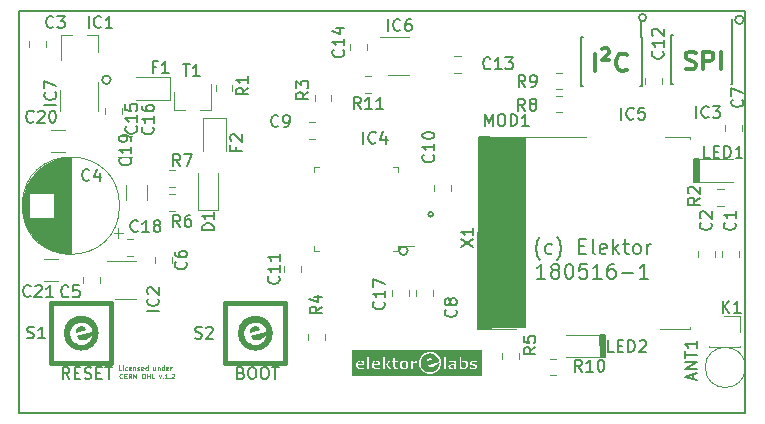
<source format=gbr>
G04 #@! TF.GenerationSoftware,KiCad,Pcbnew,(5.0.2)-1*
G04 #@! TF.CreationDate,2019-11-27T09:51:45+01:00*
G04 #@! TF.ProjectId,LoRa_Tracker,4c6f5261-5f54-4726-9163-6b65722e6b69,rev?*
G04 #@! TF.SameCoordinates,Original*
G04 #@! TF.FileFunction,Legend,Top*
G04 #@! TF.FilePolarity,Positive*
%FSLAX46Y46*%
G04 Gerber Fmt 4.6, Leading zero omitted, Abs format (unit mm)*
G04 Created by KiCad (PCBNEW (5.0.2)-1) date 27.11.2019 09:51:45*
%MOMM*%
%LPD*%
G01*
G04 APERTURE LIST*
%ADD10C,0.150000*%
%ADD11C,0.100000*%
%ADD12C,0.200000*%
%ADD13C,0.300000*%
%ADD14C,0.120000*%
%ADD15C,0.400000*%
%ADD16C,0.010000*%
G04 APERTURE END LIST*
D10*
G36*
X172847000Y-136779000D02*
X169291000Y-136779000D01*
X169418000Y-120777000D01*
X172847000Y-120777000D01*
X172847000Y-136779000D01*
G37*
X172847000Y-136779000D02*
X169291000Y-136779000D01*
X169418000Y-120777000D01*
X172847000Y-120777000D01*
X172847000Y-136779000D01*
G36*
X187579000Y-122555000D02*
X187198000Y-122555000D01*
X187198000Y-124460000D01*
X187515500Y-124460000D01*
X187579000Y-122555000D01*
G37*
X187579000Y-122555000D02*
X187198000Y-122555000D01*
X187198000Y-124460000D01*
X187515500Y-124460000D01*
X187579000Y-122555000D01*
G36*
X179197000Y-137414000D02*
X179641500Y-137414000D01*
X179641500Y-139319000D01*
X179260500Y-139319000D01*
X179197000Y-137414000D01*
G37*
X179197000Y-137414000D02*
X179641500Y-137414000D01*
X179641500Y-139319000D01*
X179260500Y-139319000D01*
X179197000Y-137414000D01*
D11*
X138690619Y-140419952D02*
X138500142Y-140419952D01*
X138500142Y-140019952D01*
X138823952Y-140419952D02*
X138823952Y-140153285D01*
X138823952Y-140019952D02*
X138804904Y-140039000D01*
X138823952Y-140058047D01*
X138843000Y-140039000D01*
X138823952Y-140019952D01*
X138823952Y-140058047D01*
X139185857Y-140400904D02*
X139147761Y-140419952D01*
X139071571Y-140419952D01*
X139033476Y-140400904D01*
X139014428Y-140381857D01*
X138995380Y-140343761D01*
X138995380Y-140229476D01*
X139014428Y-140191380D01*
X139033476Y-140172333D01*
X139071571Y-140153285D01*
X139147761Y-140153285D01*
X139185857Y-140172333D01*
X139509666Y-140400904D02*
X139471571Y-140419952D01*
X139395380Y-140419952D01*
X139357285Y-140400904D01*
X139338238Y-140362809D01*
X139338238Y-140210428D01*
X139357285Y-140172333D01*
X139395380Y-140153285D01*
X139471571Y-140153285D01*
X139509666Y-140172333D01*
X139528714Y-140210428D01*
X139528714Y-140248523D01*
X139338238Y-140286619D01*
X139700142Y-140153285D02*
X139700142Y-140419952D01*
X139700142Y-140191380D02*
X139719190Y-140172333D01*
X139757285Y-140153285D01*
X139814428Y-140153285D01*
X139852523Y-140172333D01*
X139871571Y-140210428D01*
X139871571Y-140419952D01*
X140043000Y-140400904D02*
X140081095Y-140419952D01*
X140157285Y-140419952D01*
X140195380Y-140400904D01*
X140214428Y-140362809D01*
X140214428Y-140343761D01*
X140195380Y-140305666D01*
X140157285Y-140286619D01*
X140100142Y-140286619D01*
X140062047Y-140267571D01*
X140043000Y-140229476D01*
X140043000Y-140210428D01*
X140062047Y-140172333D01*
X140100142Y-140153285D01*
X140157285Y-140153285D01*
X140195380Y-140172333D01*
X140538238Y-140400904D02*
X140500142Y-140419952D01*
X140423952Y-140419952D01*
X140385857Y-140400904D01*
X140366809Y-140362809D01*
X140366809Y-140210428D01*
X140385857Y-140172333D01*
X140423952Y-140153285D01*
X140500142Y-140153285D01*
X140538238Y-140172333D01*
X140557285Y-140210428D01*
X140557285Y-140248523D01*
X140366809Y-140286619D01*
X140900142Y-140419952D02*
X140900142Y-140019952D01*
X140900142Y-140400904D02*
X140862047Y-140419952D01*
X140785857Y-140419952D01*
X140747761Y-140400904D01*
X140728714Y-140381857D01*
X140709666Y-140343761D01*
X140709666Y-140229476D01*
X140728714Y-140191380D01*
X140747761Y-140172333D01*
X140785857Y-140153285D01*
X140862047Y-140153285D01*
X140900142Y-140172333D01*
X141566809Y-140153285D02*
X141566809Y-140419952D01*
X141395380Y-140153285D02*
X141395380Y-140362809D01*
X141414428Y-140400904D01*
X141452523Y-140419952D01*
X141509666Y-140419952D01*
X141547761Y-140400904D01*
X141566809Y-140381857D01*
X141757285Y-140153285D02*
X141757285Y-140419952D01*
X141757285Y-140191380D02*
X141776333Y-140172333D01*
X141814428Y-140153285D01*
X141871571Y-140153285D01*
X141909666Y-140172333D01*
X141928714Y-140210428D01*
X141928714Y-140419952D01*
X142290619Y-140419952D02*
X142290619Y-140019952D01*
X142290619Y-140400904D02*
X142252523Y-140419952D01*
X142176333Y-140419952D01*
X142138238Y-140400904D01*
X142119190Y-140381857D01*
X142100142Y-140343761D01*
X142100142Y-140229476D01*
X142119190Y-140191380D01*
X142138238Y-140172333D01*
X142176333Y-140153285D01*
X142252523Y-140153285D01*
X142290619Y-140172333D01*
X142633476Y-140400904D02*
X142595380Y-140419952D01*
X142519190Y-140419952D01*
X142481095Y-140400904D01*
X142462047Y-140362809D01*
X142462047Y-140210428D01*
X142481095Y-140172333D01*
X142519190Y-140153285D01*
X142595380Y-140153285D01*
X142633476Y-140172333D01*
X142652523Y-140210428D01*
X142652523Y-140248523D01*
X142462047Y-140286619D01*
X142823952Y-140419952D02*
X142823952Y-140153285D01*
X142823952Y-140229476D02*
X142843000Y-140191380D01*
X142862047Y-140172333D01*
X142900142Y-140153285D01*
X142938238Y-140153285D01*
X138766809Y-141081857D02*
X138747761Y-141100904D01*
X138690619Y-141119952D01*
X138652523Y-141119952D01*
X138595380Y-141100904D01*
X138557285Y-141062809D01*
X138538238Y-141024714D01*
X138519190Y-140948523D01*
X138519190Y-140891380D01*
X138538238Y-140815190D01*
X138557285Y-140777095D01*
X138595380Y-140739000D01*
X138652523Y-140719952D01*
X138690619Y-140719952D01*
X138747761Y-140739000D01*
X138766809Y-140758047D01*
X138938238Y-140910428D02*
X139071571Y-140910428D01*
X139128714Y-141119952D02*
X138938238Y-141119952D01*
X138938238Y-140719952D01*
X139128714Y-140719952D01*
X139528714Y-141119952D02*
X139395380Y-140929476D01*
X139300142Y-141119952D02*
X139300142Y-140719952D01*
X139452523Y-140719952D01*
X139490619Y-140739000D01*
X139509666Y-140758047D01*
X139528714Y-140796142D01*
X139528714Y-140853285D01*
X139509666Y-140891380D01*
X139490619Y-140910428D01*
X139452523Y-140929476D01*
X139300142Y-140929476D01*
X139700142Y-141119952D02*
X139700142Y-140719952D01*
X139928714Y-141119952D01*
X139928714Y-140719952D01*
X140500142Y-140719952D02*
X140576333Y-140719952D01*
X140614428Y-140739000D01*
X140652523Y-140777095D01*
X140671571Y-140853285D01*
X140671571Y-140986619D01*
X140652523Y-141062809D01*
X140614428Y-141100904D01*
X140576333Y-141119952D01*
X140500142Y-141119952D01*
X140462047Y-141100904D01*
X140423952Y-141062809D01*
X140404904Y-140986619D01*
X140404904Y-140853285D01*
X140423952Y-140777095D01*
X140462047Y-140739000D01*
X140500142Y-140719952D01*
X140843000Y-141119952D02*
X140843000Y-140719952D01*
X140843000Y-140910428D02*
X141071571Y-140910428D01*
X141071571Y-141119952D02*
X141071571Y-140719952D01*
X141452523Y-141119952D02*
X141262047Y-141119952D01*
X141262047Y-140719952D01*
X141852523Y-140853285D02*
X141947761Y-141119952D01*
X142043000Y-140853285D01*
X142195380Y-141081857D02*
X142214428Y-141100904D01*
X142195380Y-141119952D01*
X142176333Y-141100904D01*
X142195380Y-141081857D01*
X142195380Y-141119952D01*
X142595380Y-141119952D02*
X142366809Y-141119952D01*
X142481095Y-141119952D02*
X142481095Y-140719952D01*
X142443000Y-140777095D01*
X142404904Y-140815190D01*
X142366809Y-140834238D01*
X142766809Y-141081857D02*
X142785857Y-141100904D01*
X142766809Y-141119952D01*
X142747761Y-141100904D01*
X142766809Y-141081857D01*
X142766809Y-141119952D01*
X142938238Y-140758047D02*
X142957285Y-140739000D01*
X142995380Y-140719952D01*
X143090619Y-140719952D01*
X143128714Y-140739000D01*
X143147761Y-140758047D01*
X143166809Y-140796142D01*
X143166809Y-140834238D01*
X143147761Y-140891380D01*
X142919190Y-141119952D01*
X143166809Y-141119952D01*
D12*
X174127476Y-131068166D02*
X174067952Y-131008642D01*
X173948904Y-130830071D01*
X173889380Y-130711023D01*
X173829857Y-130532452D01*
X173770333Y-130234833D01*
X173770333Y-129996738D01*
X173829857Y-129699119D01*
X173889380Y-129520547D01*
X173948904Y-129401500D01*
X174067952Y-129222928D01*
X174127476Y-129163404D01*
X175139380Y-130532452D02*
X175020333Y-130591976D01*
X174782238Y-130591976D01*
X174663190Y-130532452D01*
X174603666Y-130472928D01*
X174544142Y-130353880D01*
X174544142Y-129996738D01*
X174603666Y-129877690D01*
X174663190Y-129818166D01*
X174782238Y-129758642D01*
X175020333Y-129758642D01*
X175139380Y-129818166D01*
X175556047Y-131068166D02*
X175615571Y-131008642D01*
X175734619Y-130830071D01*
X175794142Y-130711023D01*
X175853666Y-130532452D01*
X175913190Y-130234833D01*
X175913190Y-129996738D01*
X175853666Y-129699119D01*
X175794142Y-129520547D01*
X175734619Y-129401500D01*
X175615571Y-129222928D01*
X175556047Y-129163404D01*
X177460809Y-129937214D02*
X177877476Y-129937214D01*
X178056047Y-130591976D02*
X177460809Y-130591976D01*
X177460809Y-129341976D01*
X178056047Y-129341976D01*
X178770333Y-130591976D02*
X178651285Y-130532452D01*
X178591761Y-130413404D01*
X178591761Y-129341976D01*
X179722714Y-130532452D02*
X179603666Y-130591976D01*
X179365571Y-130591976D01*
X179246523Y-130532452D01*
X179187000Y-130413404D01*
X179187000Y-129937214D01*
X179246523Y-129818166D01*
X179365571Y-129758642D01*
X179603666Y-129758642D01*
X179722714Y-129818166D01*
X179782238Y-129937214D01*
X179782238Y-130056261D01*
X179187000Y-130175309D01*
X180317952Y-130591976D02*
X180317952Y-129341976D01*
X180437000Y-130115785D02*
X180794142Y-130591976D01*
X180794142Y-129758642D02*
X180317952Y-130234833D01*
X181151285Y-129758642D02*
X181627476Y-129758642D01*
X181329857Y-129341976D02*
X181329857Y-130413404D01*
X181389380Y-130532452D01*
X181508428Y-130591976D01*
X181627476Y-130591976D01*
X182222714Y-130591976D02*
X182103666Y-130532452D01*
X182044142Y-130472928D01*
X181984619Y-130353880D01*
X181984619Y-129996738D01*
X182044142Y-129877690D01*
X182103666Y-129818166D01*
X182222714Y-129758642D01*
X182401285Y-129758642D01*
X182520333Y-129818166D01*
X182579857Y-129877690D01*
X182639380Y-129996738D01*
X182639380Y-130353880D01*
X182579857Y-130472928D01*
X182520333Y-130532452D01*
X182401285Y-130591976D01*
X182222714Y-130591976D01*
X183175095Y-130591976D02*
X183175095Y-129758642D01*
X183175095Y-129996738D02*
X183234619Y-129877690D01*
X183294142Y-129818166D01*
X183413190Y-129758642D01*
X183532238Y-129758642D01*
X174573904Y-132666976D02*
X173859619Y-132666976D01*
X174216761Y-132666976D02*
X174216761Y-131416976D01*
X174097714Y-131595547D01*
X173978666Y-131714595D01*
X173859619Y-131774119D01*
X175288190Y-131952690D02*
X175169142Y-131893166D01*
X175109619Y-131833642D01*
X175050095Y-131714595D01*
X175050095Y-131655071D01*
X175109619Y-131536023D01*
X175169142Y-131476500D01*
X175288190Y-131416976D01*
X175526285Y-131416976D01*
X175645333Y-131476500D01*
X175704857Y-131536023D01*
X175764380Y-131655071D01*
X175764380Y-131714595D01*
X175704857Y-131833642D01*
X175645333Y-131893166D01*
X175526285Y-131952690D01*
X175288190Y-131952690D01*
X175169142Y-132012214D01*
X175109619Y-132071738D01*
X175050095Y-132190785D01*
X175050095Y-132428880D01*
X175109619Y-132547928D01*
X175169142Y-132607452D01*
X175288190Y-132666976D01*
X175526285Y-132666976D01*
X175645333Y-132607452D01*
X175704857Y-132547928D01*
X175764380Y-132428880D01*
X175764380Y-132190785D01*
X175704857Y-132071738D01*
X175645333Y-132012214D01*
X175526285Y-131952690D01*
X176538190Y-131416976D02*
X176657238Y-131416976D01*
X176776285Y-131476500D01*
X176835809Y-131536023D01*
X176895333Y-131655071D01*
X176954857Y-131893166D01*
X176954857Y-132190785D01*
X176895333Y-132428880D01*
X176835809Y-132547928D01*
X176776285Y-132607452D01*
X176657238Y-132666976D01*
X176538190Y-132666976D01*
X176419142Y-132607452D01*
X176359619Y-132547928D01*
X176300095Y-132428880D01*
X176240571Y-132190785D01*
X176240571Y-131893166D01*
X176300095Y-131655071D01*
X176359619Y-131536023D01*
X176419142Y-131476500D01*
X176538190Y-131416976D01*
X178085809Y-131416976D02*
X177490571Y-131416976D01*
X177431047Y-132012214D01*
X177490571Y-131952690D01*
X177609619Y-131893166D01*
X177907238Y-131893166D01*
X178026285Y-131952690D01*
X178085809Y-132012214D01*
X178145333Y-132131261D01*
X178145333Y-132428880D01*
X178085809Y-132547928D01*
X178026285Y-132607452D01*
X177907238Y-132666976D01*
X177609619Y-132666976D01*
X177490571Y-132607452D01*
X177431047Y-132547928D01*
X179335809Y-132666976D02*
X178621523Y-132666976D01*
X178978666Y-132666976D02*
X178978666Y-131416976D01*
X178859619Y-131595547D01*
X178740571Y-131714595D01*
X178621523Y-131774119D01*
X180407238Y-131416976D02*
X180169142Y-131416976D01*
X180050095Y-131476500D01*
X179990571Y-131536023D01*
X179871523Y-131714595D01*
X179812000Y-131952690D01*
X179812000Y-132428880D01*
X179871523Y-132547928D01*
X179931047Y-132607452D01*
X180050095Y-132666976D01*
X180288190Y-132666976D01*
X180407238Y-132607452D01*
X180466761Y-132547928D01*
X180526285Y-132428880D01*
X180526285Y-132131261D01*
X180466761Y-132012214D01*
X180407238Y-131952690D01*
X180288190Y-131893166D01*
X180050095Y-131893166D01*
X179931047Y-131952690D01*
X179871523Y-132012214D01*
X179812000Y-132131261D01*
X181062000Y-132190785D02*
X182014380Y-132190785D01*
X183264380Y-132666976D02*
X182550095Y-132666976D01*
X182907238Y-132666976D02*
X182907238Y-131416976D01*
X182788190Y-131595547D01*
X182669142Y-131714595D01*
X182550095Y-131774119D01*
D13*
X186449685Y-114881742D02*
X186663971Y-114953171D01*
X187021114Y-114953171D01*
X187163971Y-114881742D01*
X187235400Y-114810314D01*
X187306828Y-114667457D01*
X187306828Y-114524600D01*
X187235400Y-114381742D01*
X187163971Y-114310314D01*
X187021114Y-114238885D01*
X186735400Y-114167457D01*
X186592542Y-114096028D01*
X186521114Y-114024600D01*
X186449685Y-113881742D01*
X186449685Y-113738885D01*
X186521114Y-113596028D01*
X186592542Y-113524600D01*
X186735400Y-113453171D01*
X187092542Y-113453171D01*
X187306828Y-113524600D01*
X187949685Y-114953171D02*
X187949685Y-113453171D01*
X188521114Y-113453171D01*
X188663971Y-113524600D01*
X188735400Y-113596028D01*
X188806828Y-113738885D01*
X188806828Y-113953171D01*
X188735400Y-114096028D01*
X188663971Y-114167457D01*
X188521114Y-114238885D01*
X187949685Y-114238885D01*
X189449685Y-114953171D02*
X189449685Y-113453171D01*
X178764571Y-115105571D02*
X178764571Y-113605571D01*
X179407428Y-113248428D02*
X179550285Y-113177000D01*
X179764571Y-113177000D01*
X179907428Y-113248428D01*
X179978857Y-113391285D01*
X179978857Y-113534142D01*
X179907428Y-113677000D01*
X179407428Y-114177000D01*
X179978857Y-114177000D01*
X181478857Y-114962714D02*
X181407428Y-115034142D01*
X181193142Y-115105571D01*
X181050285Y-115105571D01*
X180836000Y-115034142D01*
X180693142Y-114891285D01*
X180621714Y-114748428D01*
X180550285Y-114462714D01*
X180550285Y-114248428D01*
X180621714Y-113962714D01*
X180693142Y-113819857D01*
X180836000Y-113677000D01*
X181050285Y-113605571D01*
X181193142Y-113605571D01*
X181407428Y-113677000D01*
X181478857Y-113748428D01*
D12*
X137773210Y-115824000D02*
G75*
G03X137773210Y-115824000I-359210J0D01*
G01*
X162919210Y-130302000D02*
G75*
G03X162919210Y-130302000I-359210J0D01*
G01*
X183122061Y-110566200D02*
G75*
G03X183122061Y-110566200I-318261J0D01*
G01*
X191367210Y-110744000D02*
G75*
G03X191367210Y-110744000I-359210J0D01*
G01*
X134285219Y-141168380D02*
X133951885Y-140692190D01*
X133713790Y-141168380D02*
X133713790Y-140168380D01*
X134094742Y-140168380D01*
X134189980Y-140216000D01*
X134237600Y-140263619D01*
X134285219Y-140358857D01*
X134285219Y-140501714D01*
X134237600Y-140596952D01*
X134189980Y-140644571D01*
X134094742Y-140692190D01*
X133713790Y-140692190D01*
X134713790Y-140644571D02*
X135047123Y-140644571D01*
X135189980Y-141168380D02*
X134713790Y-141168380D01*
X134713790Y-140168380D01*
X135189980Y-140168380D01*
X135570933Y-141120761D02*
X135713790Y-141168380D01*
X135951885Y-141168380D01*
X136047123Y-141120761D01*
X136094742Y-141073142D01*
X136142361Y-140977904D01*
X136142361Y-140882666D01*
X136094742Y-140787428D01*
X136047123Y-140739809D01*
X135951885Y-140692190D01*
X135761409Y-140644571D01*
X135666171Y-140596952D01*
X135618552Y-140549333D01*
X135570933Y-140454095D01*
X135570933Y-140358857D01*
X135618552Y-140263619D01*
X135666171Y-140216000D01*
X135761409Y-140168380D01*
X135999504Y-140168380D01*
X136142361Y-140216000D01*
X136570933Y-140644571D02*
X136904266Y-140644571D01*
X137047123Y-141168380D02*
X136570933Y-141168380D01*
X136570933Y-140168380D01*
X137047123Y-140168380D01*
X137332838Y-140168380D02*
X137904266Y-140168380D01*
X137618552Y-141168380D02*
X137618552Y-140168380D01*
X148807657Y-140644571D02*
X148950514Y-140692190D01*
X148998133Y-140739809D01*
X149045752Y-140835047D01*
X149045752Y-140977904D01*
X148998133Y-141073142D01*
X148950514Y-141120761D01*
X148855276Y-141168380D01*
X148474323Y-141168380D01*
X148474323Y-140168380D01*
X148807657Y-140168380D01*
X148902895Y-140216000D01*
X148950514Y-140263619D01*
X148998133Y-140358857D01*
X148998133Y-140454095D01*
X148950514Y-140549333D01*
X148902895Y-140596952D01*
X148807657Y-140644571D01*
X148474323Y-140644571D01*
X149664800Y-140168380D02*
X149855276Y-140168380D01*
X149950514Y-140216000D01*
X150045752Y-140311238D01*
X150093371Y-140501714D01*
X150093371Y-140835047D01*
X150045752Y-141025523D01*
X149950514Y-141120761D01*
X149855276Y-141168380D01*
X149664800Y-141168380D01*
X149569561Y-141120761D01*
X149474323Y-141025523D01*
X149426704Y-140835047D01*
X149426704Y-140501714D01*
X149474323Y-140311238D01*
X149569561Y-140216000D01*
X149664800Y-140168380D01*
X150712419Y-140168380D02*
X150902895Y-140168380D01*
X150998133Y-140216000D01*
X151093371Y-140311238D01*
X151140990Y-140501714D01*
X151140990Y-140835047D01*
X151093371Y-141025523D01*
X150998133Y-141120761D01*
X150902895Y-141168380D01*
X150712419Y-141168380D01*
X150617180Y-141120761D01*
X150521942Y-141025523D01*
X150474323Y-140835047D01*
X150474323Y-140501714D01*
X150521942Y-140311238D01*
X150617180Y-140216000D01*
X150712419Y-140168380D01*
X151426704Y-140168380D02*
X151998133Y-140168380D01*
X151712419Y-141168380D02*
X151712419Y-140168380D01*
X191516000Y-109982000D02*
X191516000Y-144018000D01*
X130048000Y-144018000D02*
X191516000Y-144018000D01*
X130048000Y-109982000D02*
X130048000Y-144018000D01*
X130048000Y-109982000D02*
X191516000Y-109982000D01*
D11*
G04 #@! TO.C,MOD1*
X169924000Y-120644000D02*
X178044000Y-120644000D01*
X184274000Y-136919000D02*
X186824000Y-136919000D01*
X186824000Y-136914000D02*
X186824000Y-136744000D01*
X169974000Y-136919000D02*
X172094000Y-136919000D01*
X184704000Y-120674000D02*
X186824000Y-120674000D01*
X186824000Y-120674000D02*
X186824000Y-120844000D01*
D10*
G36*
X168924000Y-120644000D02*
X169924000Y-120644000D01*
X169949000Y-136969000D01*
X168899000Y-136969000D01*
X168924000Y-120644000D01*
G37*
X168924000Y-120644000D02*
X169924000Y-120644000D01*
X169949000Y-136969000D01*
X168899000Y-136969000D01*
X168924000Y-120644000D01*
D14*
G04 #@! TO.C,IC4*
X154968000Y-130310000D02*
X154968000Y-129890000D01*
X154968000Y-123190000D02*
X154968000Y-123610000D01*
X162088000Y-123190000D02*
X162088000Y-123610000D01*
X162088000Y-130310000D02*
X161668000Y-130310000D01*
X154968000Y-123190000D02*
X155388000Y-123190000D01*
X154968000Y-130310000D02*
X155388000Y-130310000D01*
X162088000Y-129890000D02*
X163468000Y-129890000D01*
X162088000Y-130310000D02*
X162088000Y-129890000D01*
X162088000Y-123190000D02*
X161668000Y-123190000D01*
G04 #@! TO.C,R4*
X155904000Y-137903852D02*
X155904000Y-137381348D01*
X154484000Y-137903852D02*
X154484000Y-137381348D01*
D10*
G04 #@! TO.C,IC3*
X190408000Y-112065000D02*
X190358000Y-112065000D01*
X190408000Y-116215000D02*
X190263000Y-116215000D01*
X185258000Y-116215000D02*
X185403000Y-116215000D01*
X185258000Y-112065000D02*
X185403000Y-112065000D01*
X190408000Y-112065000D02*
X190408000Y-116215000D01*
X185258000Y-112065000D02*
X185258000Y-116215000D01*
X190358000Y-112065000D02*
X190358000Y-110665000D01*
D14*
G04 #@! TO.C,ANT1*
X191514200Y-140182600D02*
G75*
G03X191514200Y-140182600I-1700000J0D01*
G01*
G04 #@! TO.C,C1*
X190956000Y-130808252D02*
X190956000Y-130285748D01*
X189536000Y-130808252D02*
X189536000Y-130285748D01*
G04 #@! TO.C,C2*
X188924000Y-130303748D02*
X188924000Y-130826252D01*
X187504000Y-130303748D02*
X187504000Y-130826252D01*
G04 #@! TO.C,C3*
X132282000Y-112505748D02*
X132282000Y-113028252D01*
X130862000Y-112505748D02*
X130862000Y-113028252D01*
G04 #@! TO.C,C4*
X138526000Y-126492000D02*
G75*
G03X138526000Y-126492000I-4120000J0D01*
G01*
X134406000Y-130572000D02*
X134406000Y-122412000D01*
X134366000Y-130572000D02*
X134366000Y-122412000D01*
X134326000Y-130572000D02*
X134326000Y-122412000D01*
X134286000Y-130571000D02*
X134286000Y-122413000D01*
X134246000Y-130569000D02*
X134246000Y-122415000D01*
X134206000Y-130568000D02*
X134206000Y-122416000D01*
X134166000Y-130566000D02*
X134166000Y-122418000D01*
X134126000Y-130563000D02*
X134126000Y-122421000D01*
X134086000Y-130560000D02*
X134086000Y-122424000D01*
X134046000Y-130557000D02*
X134046000Y-122427000D01*
X134006000Y-130553000D02*
X134006000Y-122431000D01*
X133966000Y-130549000D02*
X133966000Y-122435000D01*
X133926000Y-130544000D02*
X133926000Y-122440000D01*
X133886000Y-130540000D02*
X133886000Y-122444000D01*
X133846000Y-130534000D02*
X133846000Y-122450000D01*
X133806000Y-130529000D02*
X133806000Y-122455000D01*
X133766000Y-130522000D02*
X133766000Y-122462000D01*
X133726000Y-130516000D02*
X133726000Y-122468000D01*
X133685000Y-130509000D02*
X133685000Y-122475000D01*
X133645000Y-130502000D02*
X133645000Y-122482000D01*
X133605000Y-130494000D02*
X133605000Y-122490000D01*
X133565000Y-130486000D02*
X133565000Y-122498000D01*
X133525000Y-130477000D02*
X133525000Y-122507000D01*
X133485000Y-130468000D02*
X133485000Y-122516000D01*
X133445000Y-130459000D02*
X133445000Y-122525000D01*
X133405000Y-130449000D02*
X133405000Y-122535000D01*
X133365000Y-130439000D02*
X133365000Y-122545000D01*
X133325000Y-130428000D02*
X133325000Y-122556000D01*
X133285000Y-130417000D02*
X133285000Y-122567000D01*
X133245000Y-130406000D02*
X133245000Y-122578000D01*
X133205000Y-130394000D02*
X133205000Y-122590000D01*
X133165000Y-130381000D02*
X133165000Y-122603000D01*
X133125000Y-130369000D02*
X133125000Y-122615000D01*
X133085000Y-130355000D02*
X133085000Y-122629000D01*
X133045000Y-130342000D02*
X133045000Y-122642000D01*
X133005000Y-130327000D02*
X133005000Y-122657000D01*
X132965000Y-130313000D02*
X132965000Y-122671000D01*
X132925000Y-130297000D02*
X132925000Y-127532000D01*
X132925000Y-125452000D02*
X132925000Y-122687000D01*
X132885000Y-130282000D02*
X132885000Y-127532000D01*
X132885000Y-125452000D02*
X132885000Y-122702000D01*
X132845000Y-130266000D02*
X132845000Y-127532000D01*
X132845000Y-125452000D02*
X132845000Y-122718000D01*
X132805000Y-130249000D02*
X132805000Y-127532000D01*
X132805000Y-125452000D02*
X132805000Y-122735000D01*
X132765000Y-130232000D02*
X132765000Y-127532000D01*
X132765000Y-125452000D02*
X132765000Y-122752000D01*
X132725000Y-130214000D02*
X132725000Y-127532000D01*
X132725000Y-125452000D02*
X132725000Y-122770000D01*
X132685000Y-130196000D02*
X132685000Y-127532000D01*
X132685000Y-125452000D02*
X132685000Y-122788000D01*
X132645000Y-130178000D02*
X132645000Y-127532000D01*
X132645000Y-125452000D02*
X132645000Y-122806000D01*
X132605000Y-130158000D02*
X132605000Y-127532000D01*
X132605000Y-125452000D02*
X132605000Y-122826000D01*
X132565000Y-130139000D02*
X132565000Y-127532000D01*
X132565000Y-125452000D02*
X132565000Y-122845000D01*
X132525000Y-130119000D02*
X132525000Y-127532000D01*
X132525000Y-125452000D02*
X132525000Y-122865000D01*
X132485000Y-130098000D02*
X132485000Y-127532000D01*
X132485000Y-125452000D02*
X132485000Y-122886000D01*
X132445000Y-130076000D02*
X132445000Y-127532000D01*
X132445000Y-125452000D02*
X132445000Y-122908000D01*
X132405000Y-130054000D02*
X132405000Y-127532000D01*
X132405000Y-125452000D02*
X132405000Y-122930000D01*
X132365000Y-130032000D02*
X132365000Y-127532000D01*
X132365000Y-125452000D02*
X132365000Y-122952000D01*
X132325000Y-130009000D02*
X132325000Y-127532000D01*
X132325000Y-125452000D02*
X132325000Y-122975000D01*
X132285000Y-129985000D02*
X132285000Y-127532000D01*
X132285000Y-125452000D02*
X132285000Y-122999000D01*
X132245000Y-129961000D02*
X132245000Y-127532000D01*
X132245000Y-125452000D02*
X132245000Y-123023000D01*
X132205000Y-129936000D02*
X132205000Y-127532000D01*
X132205000Y-125452000D02*
X132205000Y-123048000D01*
X132165000Y-129910000D02*
X132165000Y-127532000D01*
X132165000Y-125452000D02*
X132165000Y-123074000D01*
X132125000Y-129884000D02*
X132125000Y-127532000D01*
X132125000Y-125452000D02*
X132125000Y-123100000D01*
X132085000Y-129857000D02*
X132085000Y-127532000D01*
X132085000Y-125452000D02*
X132085000Y-123127000D01*
X132045000Y-129830000D02*
X132045000Y-127532000D01*
X132045000Y-125452000D02*
X132045000Y-123154000D01*
X132005000Y-129801000D02*
X132005000Y-127532000D01*
X132005000Y-125452000D02*
X132005000Y-123183000D01*
X131965000Y-129772000D02*
X131965000Y-127532000D01*
X131965000Y-125452000D02*
X131965000Y-123212000D01*
X131925000Y-129742000D02*
X131925000Y-127532000D01*
X131925000Y-125452000D02*
X131925000Y-123242000D01*
X131885000Y-129712000D02*
X131885000Y-127532000D01*
X131885000Y-125452000D02*
X131885000Y-123272000D01*
X131845000Y-129681000D02*
X131845000Y-127532000D01*
X131845000Y-125452000D02*
X131845000Y-123303000D01*
X131805000Y-129648000D02*
X131805000Y-127532000D01*
X131805000Y-125452000D02*
X131805000Y-123336000D01*
X131765000Y-129616000D02*
X131765000Y-127532000D01*
X131765000Y-125452000D02*
X131765000Y-123368000D01*
X131725000Y-129582000D02*
X131725000Y-127532000D01*
X131725000Y-125452000D02*
X131725000Y-123402000D01*
X131685000Y-129547000D02*
X131685000Y-127532000D01*
X131685000Y-125452000D02*
X131685000Y-123437000D01*
X131645000Y-129511000D02*
X131645000Y-127532000D01*
X131645000Y-125452000D02*
X131645000Y-123473000D01*
X131605000Y-129475000D02*
X131605000Y-127532000D01*
X131605000Y-125452000D02*
X131605000Y-123509000D01*
X131565000Y-129437000D02*
X131565000Y-127532000D01*
X131565000Y-125452000D02*
X131565000Y-123547000D01*
X131525000Y-129399000D02*
X131525000Y-127532000D01*
X131525000Y-125452000D02*
X131525000Y-123585000D01*
X131485000Y-129359000D02*
X131485000Y-127532000D01*
X131485000Y-125452000D02*
X131485000Y-123625000D01*
X131445000Y-129318000D02*
X131445000Y-127532000D01*
X131445000Y-125452000D02*
X131445000Y-123666000D01*
X131405000Y-129276000D02*
X131405000Y-127532000D01*
X131405000Y-125452000D02*
X131405000Y-123708000D01*
X131365000Y-129233000D02*
X131365000Y-127532000D01*
X131365000Y-125452000D02*
X131365000Y-123751000D01*
X131325000Y-129189000D02*
X131325000Y-127532000D01*
X131325000Y-125452000D02*
X131325000Y-123795000D01*
X131285000Y-129143000D02*
X131285000Y-127532000D01*
X131285000Y-125452000D02*
X131285000Y-123841000D01*
X131245000Y-129096000D02*
X131245000Y-127532000D01*
X131245000Y-125452000D02*
X131245000Y-123888000D01*
X131205000Y-129048000D02*
X131205000Y-127532000D01*
X131205000Y-125452000D02*
X131205000Y-123936000D01*
X131165000Y-128997000D02*
X131165000Y-127532000D01*
X131165000Y-125452000D02*
X131165000Y-123987000D01*
X131125000Y-128946000D02*
X131125000Y-127532000D01*
X131125000Y-125452000D02*
X131125000Y-124038000D01*
X131085000Y-128892000D02*
X131085000Y-127532000D01*
X131085000Y-125452000D02*
X131085000Y-124092000D01*
X131045000Y-128837000D02*
X131045000Y-127532000D01*
X131045000Y-125452000D02*
X131045000Y-124147000D01*
X131005000Y-128779000D02*
X131005000Y-127532000D01*
X131005000Y-125452000D02*
X131005000Y-124205000D01*
X130965000Y-128720000D02*
X130965000Y-127532000D01*
X130965000Y-125452000D02*
X130965000Y-124264000D01*
X130925000Y-128658000D02*
X130925000Y-127532000D01*
X130925000Y-125452000D02*
X130925000Y-124326000D01*
X130885000Y-128594000D02*
X130885000Y-127532000D01*
X130885000Y-125452000D02*
X130885000Y-124390000D01*
X130845000Y-128526000D02*
X130845000Y-124458000D01*
X130805000Y-128456000D02*
X130805000Y-124528000D01*
X130765000Y-128382000D02*
X130765000Y-124602000D01*
X130725000Y-128305000D02*
X130725000Y-124679000D01*
X130685000Y-128223000D02*
X130685000Y-124761000D01*
X130645000Y-128137000D02*
X130645000Y-124847000D01*
X130605000Y-128044000D02*
X130605000Y-124940000D01*
X130565000Y-127945000D02*
X130565000Y-125039000D01*
X130525000Y-127838000D02*
X130525000Y-125146000D01*
X130485000Y-127721000D02*
X130485000Y-125263000D01*
X130445000Y-127590000D02*
X130445000Y-125394000D01*
X130405000Y-127440000D02*
X130405000Y-125544000D01*
X130365000Y-127260000D02*
X130365000Y-125724000D01*
X130325000Y-127025000D02*
X130325000Y-125959000D01*
X138815698Y-128807000D02*
X138015698Y-128807000D01*
X138415698Y-129207000D02*
X138415698Y-128407000D01*
G04 #@! TO.C,C6*
X141530000Y-131334252D02*
X141530000Y-130811748D01*
X142950000Y-131334252D02*
X142950000Y-130811748D01*
G04 #@! TO.C,C7*
X191210000Y-120158252D02*
X191210000Y-119635748D01*
X189790000Y-120158252D02*
X189790000Y-119635748D01*
G04 #@! TO.C,C8*
X163628000Y-133605748D02*
X163628000Y-134128252D01*
X165048000Y-133605748D02*
X165048000Y-134128252D01*
G04 #@! TO.C,C9*
X154542748Y-120852000D02*
X155065252Y-120852000D01*
X154542748Y-119432000D02*
X155065252Y-119432000D01*
G04 #@! TO.C,C10*
X166572000Y-124697748D02*
X166572000Y-125220252D01*
X165152000Y-124697748D02*
X165152000Y-125220252D01*
G04 #@! TO.C,C11*
X153872000Y-131573748D02*
X153872000Y-132096252D01*
X152452000Y-131573748D02*
X152452000Y-132096252D01*
G04 #@! TO.C,C12*
X184453600Y-115698748D02*
X184453600Y-116221252D01*
X183033600Y-115698748D02*
X183033600Y-116221252D01*
G04 #@! TO.C,C13*
X167402252Y-113844000D02*
X166879748Y-113844000D01*
X167402252Y-115264000D02*
X166879748Y-115264000D01*
G04 #@! TO.C,C14*
X159460000Y-112777748D02*
X159460000Y-113300252D01*
X158040000Y-112777748D02*
X158040000Y-113300252D01*
G04 #@! TO.C,D1*
X145200000Y-126848000D02*
X146900000Y-126848000D01*
X146900000Y-126848000D02*
X146900000Y-123698000D01*
X145200000Y-126848000D02*
X145200000Y-123698000D01*
G04 #@! TO.C,F1*
X139961000Y-117546000D02*
X142821000Y-117546000D01*
X142821000Y-117546000D02*
X142821000Y-115626000D01*
X142821000Y-115626000D02*
X139961000Y-115626000D01*
G04 #@! TO.C,F2*
X145598000Y-119035000D02*
X145598000Y-121895000D01*
X147518000Y-119035000D02*
X145598000Y-119035000D01*
X147518000Y-121895000D02*
X147518000Y-119035000D01*
G04 #@! TO.C,IC1*
X136708000Y-112032000D02*
X135778000Y-112032000D01*
X133548000Y-112032000D02*
X134478000Y-112032000D01*
X133548000Y-112032000D02*
X133548000Y-114192000D01*
X136708000Y-112032000D02*
X136708000Y-113492000D01*
G04 #@! TO.C,IC2*
X138122000Y-134386000D02*
X139922000Y-134386000D01*
X139922000Y-131166000D02*
X137472000Y-131166000D01*
D10*
G04 #@! TO.C,IC5*
X182712600Y-112207200D02*
X182712600Y-110807200D01*
X177612600Y-112207200D02*
X177612600Y-116357200D01*
X182762600Y-112207200D02*
X182762600Y-116357200D01*
X177612600Y-112207200D02*
X177757600Y-112207200D01*
X177612600Y-116357200D02*
X177757600Y-116357200D01*
X182762600Y-116357200D02*
X182617600Y-116357200D01*
X182762600Y-112207200D02*
X182712600Y-112207200D01*
D14*
G04 #@! TO.C,K1*
X188408000Y-138490000D02*
X191068000Y-138490000D01*
X188408000Y-138370000D02*
X188408000Y-138490000D01*
X191068000Y-138370000D02*
X191068000Y-138490000D01*
X191068000Y-135830000D02*
X191068000Y-137160000D01*
X189738000Y-135830000D02*
X191068000Y-135830000D01*
G04 #@! TO.C,R1*
X148080800Y-116282948D02*
X148080800Y-116805452D01*
X146660800Y-116282948D02*
X146660800Y-116805452D01*
G04 #@! TO.C,R3*
X156462800Y-117121148D02*
X156462800Y-117643652D01*
X155042800Y-117121148D02*
X155042800Y-117643652D01*
G04 #@! TO.C,R5*
X170917800Y-138956148D02*
X170917800Y-139478652D01*
X172337800Y-138956148D02*
X172337800Y-139478652D01*
G04 #@! TO.C,R6*
X142731748Y-126948000D02*
X143254252Y-126948000D01*
X142731748Y-125528000D02*
X143254252Y-125528000D01*
G04 #@! TO.C,R7*
X143254252Y-124916000D02*
X142731748Y-124916000D01*
X143254252Y-123496000D02*
X142731748Y-123496000D01*
G04 #@! TO.C,R8*
X175439548Y-115215600D02*
X175962052Y-115215600D01*
X175439548Y-116635600D02*
X175962052Y-116635600D01*
G04 #@! TO.C,R9*
X175446948Y-118591400D02*
X175969452Y-118591400D01*
X175446948Y-117171400D02*
X175969452Y-117171400D01*
G04 #@! TO.C,R11*
X159849452Y-116915000D02*
X159326948Y-116915000D01*
X159849452Y-115495000D02*
X159326948Y-115495000D01*
D15*
G04 #@! TO.C,S1*
X136550000Y-137282000D02*
G75*
G03X136550000Y-137282000I-1270000J0D01*
G01*
X132740000Y-139822000D02*
X137820000Y-139822000D01*
X132740000Y-134742000D02*
X132740000Y-139822000D01*
X137820000Y-134742000D02*
X132740000Y-134742000D01*
X137820000Y-139822000D02*
X137820000Y-134742000D01*
G04 #@! TO.C,S2*
X152565500Y-139832000D02*
X152565500Y-134752000D01*
X152565500Y-134752000D02*
X147485500Y-134752000D01*
X147485500Y-134752000D02*
X147485500Y-139832000D01*
X147485500Y-139832000D02*
X152565500Y-139832000D01*
X151295500Y-137292000D02*
G75*
G03X151295500Y-137292000I-1270000J0D01*
G01*
D14*
G04 #@! TO.C,T1*
X143123800Y-118352600D02*
X144053800Y-118352600D01*
X146283800Y-118352600D02*
X145353800Y-118352600D01*
X146283800Y-118352600D02*
X146283800Y-116192600D01*
X143123800Y-118352600D02*
X143123800Y-116892600D01*
G04 #@! TO.C,C15*
X138733600Y-118187948D02*
X138733600Y-118710452D01*
X137313600Y-118187948D02*
X137313600Y-118710452D01*
G04 #@! TO.C,C17*
X163016000Y-133605748D02*
X163016000Y-134128252D01*
X161596000Y-133605748D02*
X161596000Y-134128252D01*
G04 #@! TO.C,C18*
X139175748Y-129338000D02*
X139698252Y-129338000D01*
X139175748Y-130758000D02*
X139698252Y-130758000D01*
D10*
G04 #@! TO.C,X1*
X165074000Y-127216000D02*
G75*
G03X165074000Y-127216000I-200000J0D01*
G01*
D16*
G04 #@! TO.C,G\002A\002A\002A*
G36*
X167656440Y-139718837D02*
X167707986Y-139742197D01*
X167745664Y-139784754D01*
X167748609Y-139790175D01*
X167762387Y-139833839D01*
X167769093Y-139891484D01*
X167768817Y-139953710D01*
X167761651Y-140011120D01*
X167747685Y-140054314D01*
X167746018Y-140057320D01*
X167702211Y-140108525D01*
X167644022Y-140140738D01*
X167575611Y-140152323D01*
X167519350Y-140146330D01*
X167481250Y-140137927D01*
X167477752Y-139945872D01*
X167474254Y-139753816D01*
X167525634Y-139733258D01*
X167594499Y-139715562D01*
X167656440Y-139718837D01*
X167656440Y-139718837D01*
G37*
X167656440Y-139718837D02*
X167707986Y-139742197D01*
X167745664Y-139784754D01*
X167748609Y-139790175D01*
X167762387Y-139833839D01*
X167769093Y-139891484D01*
X167768817Y-139953710D01*
X167761651Y-140011120D01*
X167747685Y-140054314D01*
X167746018Y-140057320D01*
X167702211Y-140108525D01*
X167644022Y-140140738D01*
X167575611Y-140152323D01*
X167519350Y-140146330D01*
X167481250Y-140137927D01*
X167477752Y-139945872D01*
X167474254Y-139753816D01*
X167525634Y-139733258D01*
X167594499Y-139715562D01*
X167656440Y-139718837D01*
G36*
X166801800Y-140032620D02*
X166800908Y-140077441D01*
X166796472Y-140104371D01*
X166785848Y-140120905D01*
X166766394Y-140134537D01*
X166765715Y-140134939D01*
X166721538Y-140152804D01*
X166668452Y-140163181D01*
X166619512Y-140163930D01*
X166604950Y-140161307D01*
X166562627Y-140138982D01*
X166538967Y-140101530D01*
X166535100Y-140074650D01*
X166541442Y-140038382D01*
X166562293Y-140010310D01*
X166600386Y-139988867D01*
X166658454Y-139972489D01*
X166735125Y-139960130D01*
X166801800Y-139951616D01*
X166801800Y-140032620D01*
X166801800Y-140032620D01*
G37*
X166801800Y-140032620D02*
X166800908Y-140077441D01*
X166796472Y-140104371D01*
X166785848Y-140120905D01*
X166766394Y-140134537D01*
X166765715Y-140134939D01*
X166721538Y-140152804D01*
X166668452Y-140163181D01*
X166619512Y-140163930D01*
X166604950Y-140161307D01*
X166562627Y-140138982D01*
X166538967Y-140101530D01*
X166535100Y-140074650D01*
X166541442Y-140038382D01*
X166562293Y-140010310D01*
X166600386Y-139988867D01*
X166658454Y-139972489D01*
X166735125Y-139960130D01*
X166801800Y-139951616D01*
X166801800Y-140032620D01*
G36*
X162639371Y-139710486D02*
X162685352Y-139741903D01*
X162716948Y-139794184D01*
X162734115Y-139867265D01*
X162737521Y-139931367D01*
X162731990Y-140003823D01*
X162717011Y-140066491D01*
X162694317Y-140114276D01*
X162665854Y-140141972D01*
X162624961Y-140156309D01*
X162578140Y-140163168D01*
X162541479Y-140160755D01*
X162489464Y-140135745D01*
X162452140Y-140091128D01*
X162429221Y-140026353D01*
X162420421Y-139940874D01*
X162420300Y-139927935D01*
X162427655Y-139841445D01*
X162449610Y-139775277D01*
X162485999Y-139729670D01*
X162536654Y-139704864D01*
X162579050Y-139700000D01*
X162639371Y-139710486D01*
X162639371Y-139710486D01*
G37*
X162639371Y-139710486D02*
X162685352Y-139741903D01*
X162716948Y-139794184D01*
X162734115Y-139867265D01*
X162737521Y-139931367D01*
X162731990Y-140003823D01*
X162717011Y-140066491D01*
X162694317Y-140114276D01*
X162665854Y-140141972D01*
X162624961Y-140156309D01*
X162578140Y-140163168D01*
X162541479Y-140160755D01*
X162489464Y-140135745D01*
X162452140Y-140091128D01*
X162429221Y-140026353D01*
X162420421Y-139940874D01*
X162420300Y-139927935D01*
X162427655Y-139841445D01*
X162449610Y-139775277D01*
X162485999Y-139729670D01*
X162536654Y-139704864D01*
X162579050Y-139700000D01*
X162639371Y-139710486D01*
G36*
X160232460Y-139683561D02*
X160247404Y-139686978D01*
X160296503Y-139709730D01*
X160328843Y-139748916D01*
X160344366Y-139792075D01*
X160352953Y-139827000D01*
X160191970Y-139827000D01*
X160125704Y-139826877D01*
X160080929Y-139826021D01*
X160053739Y-139823702D01*
X160040226Y-139819188D01*
X160036483Y-139811747D01*
X160038601Y-139800650D01*
X160039240Y-139798425D01*
X160067335Y-139742631D01*
X160112024Y-139703218D01*
X160168627Y-139682692D01*
X160232460Y-139683561D01*
X160232460Y-139683561D01*
G37*
X160232460Y-139683561D02*
X160247404Y-139686978D01*
X160296503Y-139709730D01*
X160328843Y-139748916D01*
X160344366Y-139792075D01*
X160352953Y-139827000D01*
X160191970Y-139827000D01*
X160125704Y-139826877D01*
X160080929Y-139826021D01*
X160053739Y-139823702D01*
X160040226Y-139819188D01*
X160036483Y-139811747D01*
X160038601Y-139800650D01*
X160039240Y-139798425D01*
X160067335Y-139742631D01*
X160112024Y-139703218D01*
X160168627Y-139682692D01*
X160232460Y-139683561D01*
G36*
X158942741Y-139693068D02*
X158984209Y-139721772D01*
X159005895Y-139747641D01*
X159016491Y-139768491D01*
X159016700Y-139770543D01*
X159021079Y-139796629D01*
X159024408Y-139806911D01*
X159024950Y-139815237D01*
X159016551Y-139820916D01*
X158995474Y-139824436D01*
X158957981Y-139826286D01*
X158900334Y-139826954D01*
X158870631Y-139827000D01*
X158709146Y-139827000D01*
X158717862Y-139792075D01*
X158742087Y-139742165D01*
X158782729Y-139705715D01*
X158833747Y-139684319D01*
X158889098Y-139679572D01*
X158942741Y-139693068D01*
X158942741Y-139693068D01*
G37*
X158942741Y-139693068D02*
X158984209Y-139721772D01*
X159005895Y-139747641D01*
X159016491Y-139768491D01*
X159016700Y-139770543D01*
X159021079Y-139796629D01*
X159024408Y-139806911D01*
X159024950Y-139815237D01*
X159016551Y-139820916D01*
X158995474Y-139824436D01*
X158957981Y-139826286D01*
X158900334Y-139826954D01*
X158870631Y-139827000D01*
X158709146Y-139827000D01*
X158717862Y-139792075D01*
X158742087Y-139742165D01*
X158782729Y-139705715D01*
X158833747Y-139684319D01*
X158889098Y-139679572D01*
X158942741Y-139693068D01*
G36*
X164913930Y-139015696D02*
X165036589Y-139051123D01*
X165151660Y-139106476D01*
X165256639Y-139180756D01*
X165349020Y-139272964D01*
X165426298Y-139382103D01*
X165485968Y-139507175D01*
X165494273Y-139530216D01*
X165507838Y-139574364D01*
X165516855Y-139612757D01*
X165519100Y-139631237D01*
X165519556Y-139638567D01*
X165519527Y-139644750D01*
X165516917Y-139650460D01*
X165509630Y-139656372D01*
X165495571Y-139663160D01*
X165472643Y-139671499D01*
X165438750Y-139682064D01*
X165391798Y-139695529D01*
X165329689Y-139712568D01*
X165250328Y-139733857D01*
X165151619Y-139760070D01*
X165031466Y-139791881D01*
X164966650Y-139809048D01*
X164867278Y-139835595D01*
X164775606Y-139860497D01*
X164694563Y-139882926D01*
X164627077Y-139902056D01*
X164576076Y-139917058D01*
X164544489Y-139927106D01*
X164535258Y-139930928D01*
X164531906Y-139949332D01*
X164543709Y-139979701D01*
X164567361Y-140016549D01*
X164599559Y-140054393D01*
X164622955Y-140076458D01*
X164697240Y-140123956D01*
X164782431Y-140150275D01*
X164876213Y-140155923D01*
X164976269Y-140141409D01*
X165080283Y-140107241D01*
X165185940Y-140053926D01*
X165290922Y-139981973D01*
X165372056Y-139912100D01*
X165426837Y-139865744D01*
X165471211Y-139840474D01*
X165489119Y-139835522D01*
X165532678Y-139828454D01*
X165525129Y-139875352D01*
X165494679Y-139996858D01*
X165444527Y-140115467D01*
X165378123Y-140224768D01*
X165298920Y-140318352D01*
X165273998Y-140341682D01*
X165213828Y-140386802D01*
X165138719Y-140431357D01*
X165057868Y-140470701D01*
X164980471Y-140500191D01*
X164937449Y-140511655D01*
X164886191Y-140518646D01*
X164820303Y-140522700D01*
X164748306Y-140523804D01*
X164678721Y-140521946D01*
X164620070Y-140517115D01*
X164590883Y-140512150D01*
X164461460Y-140468829D01*
X164343380Y-140404068D01*
X164239016Y-140320190D01*
X164150740Y-140219518D01*
X164080926Y-140104375D01*
X164031945Y-139977085D01*
X164027401Y-139960418D01*
X164015292Y-139891727D01*
X164009200Y-139808286D01*
X164009132Y-139719928D01*
X164015091Y-139636489D01*
X164018280Y-139618224D01*
X164438919Y-139618224D01*
X164444250Y-139634654D01*
X164458187Y-139643088D01*
X164483626Y-139643851D01*
X164523464Y-139637268D01*
X164580596Y-139623662D01*
X164657918Y-139603360D01*
X164708440Y-139589899D01*
X164786325Y-139569122D01*
X164856352Y-139550331D01*
X164914629Y-139534579D01*
X164957266Y-139522918D01*
X164980374Y-139516401D01*
X164982873Y-139515622D01*
X164989466Y-139505632D01*
X164983366Y-139481802D01*
X164967622Y-139447919D01*
X164922730Y-139379133D01*
X164868916Y-139333904D01*
X164804618Y-139311478D01*
X164728273Y-139311101D01*
X164695483Y-139316644D01*
X164607778Y-139345076D01*
X164536337Y-139389073D01*
X164483344Y-139446532D01*
X164450985Y-139515350D01*
X164442491Y-139560076D01*
X164439298Y-139593473D01*
X164438919Y-139618224D01*
X164018280Y-139618224D01*
X164027083Y-139567805D01*
X164027210Y-139567314D01*
X164066404Y-139459550D01*
X164125398Y-139353806D01*
X164199861Y-139255625D01*
X164285462Y-139170554D01*
X164377871Y-139104137D01*
X164397512Y-139093197D01*
X164525474Y-139038943D01*
X164655867Y-139008607D01*
X164786188Y-139001191D01*
X164913930Y-139015696D01*
X164913930Y-139015696D01*
G37*
X164913930Y-139015696D02*
X165036589Y-139051123D01*
X165151660Y-139106476D01*
X165256639Y-139180756D01*
X165349020Y-139272964D01*
X165426298Y-139382103D01*
X165485968Y-139507175D01*
X165494273Y-139530216D01*
X165507838Y-139574364D01*
X165516855Y-139612757D01*
X165519100Y-139631237D01*
X165519556Y-139638567D01*
X165519527Y-139644750D01*
X165516917Y-139650460D01*
X165509630Y-139656372D01*
X165495571Y-139663160D01*
X165472643Y-139671499D01*
X165438750Y-139682064D01*
X165391798Y-139695529D01*
X165329689Y-139712568D01*
X165250328Y-139733857D01*
X165151619Y-139760070D01*
X165031466Y-139791881D01*
X164966650Y-139809048D01*
X164867278Y-139835595D01*
X164775606Y-139860497D01*
X164694563Y-139882926D01*
X164627077Y-139902056D01*
X164576076Y-139917058D01*
X164544489Y-139927106D01*
X164535258Y-139930928D01*
X164531906Y-139949332D01*
X164543709Y-139979701D01*
X164567361Y-140016549D01*
X164599559Y-140054393D01*
X164622955Y-140076458D01*
X164697240Y-140123956D01*
X164782431Y-140150275D01*
X164876213Y-140155923D01*
X164976269Y-140141409D01*
X165080283Y-140107241D01*
X165185940Y-140053926D01*
X165290922Y-139981973D01*
X165372056Y-139912100D01*
X165426837Y-139865744D01*
X165471211Y-139840474D01*
X165489119Y-139835522D01*
X165532678Y-139828454D01*
X165525129Y-139875352D01*
X165494679Y-139996858D01*
X165444527Y-140115467D01*
X165378123Y-140224768D01*
X165298920Y-140318352D01*
X165273998Y-140341682D01*
X165213828Y-140386802D01*
X165138719Y-140431357D01*
X165057868Y-140470701D01*
X164980471Y-140500191D01*
X164937449Y-140511655D01*
X164886191Y-140518646D01*
X164820303Y-140522700D01*
X164748306Y-140523804D01*
X164678721Y-140521946D01*
X164620070Y-140517115D01*
X164590883Y-140512150D01*
X164461460Y-140468829D01*
X164343380Y-140404068D01*
X164239016Y-140320190D01*
X164150740Y-140219518D01*
X164080926Y-140104375D01*
X164031945Y-139977085D01*
X164027401Y-139960418D01*
X164015292Y-139891727D01*
X164009200Y-139808286D01*
X164009132Y-139719928D01*
X164015091Y-139636489D01*
X164018280Y-139618224D01*
X164438919Y-139618224D01*
X164444250Y-139634654D01*
X164458187Y-139643088D01*
X164483626Y-139643851D01*
X164523464Y-139637268D01*
X164580596Y-139623662D01*
X164657918Y-139603360D01*
X164708440Y-139589899D01*
X164786325Y-139569122D01*
X164856352Y-139550331D01*
X164914629Y-139534579D01*
X164957266Y-139522918D01*
X164980374Y-139516401D01*
X164982873Y-139515622D01*
X164989466Y-139505632D01*
X164983366Y-139481802D01*
X164967622Y-139447919D01*
X164922730Y-139379133D01*
X164868916Y-139333904D01*
X164804618Y-139311478D01*
X164728273Y-139311101D01*
X164695483Y-139316644D01*
X164607778Y-139345076D01*
X164536337Y-139389073D01*
X164483344Y-139446532D01*
X164450985Y-139515350D01*
X164442491Y-139560076D01*
X164439298Y-139593473D01*
X164438919Y-139618224D01*
X164018280Y-139618224D01*
X164027083Y-139567805D01*
X164027210Y-139567314D01*
X164066404Y-139459550D01*
X164125398Y-139353806D01*
X164199861Y-139255625D01*
X164285462Y-139170554D01*
X164377871Y-139104137D01*
X164397512Y-139093197D01*
X164525474Y-139038943D01*
X164655867Y-139008607D01*
X164786188Y-139001191D01*
X164913930Y-139015696D01*
G36*
X169100500Y-140817600D02*
X158191200Y-140817600D01*
X158191200Y-139960799D01*
X158470086Y-139960799D01*
X158478066Y-140040172D01*
X158496384Y-140104479D01*
X158542168Y-140179840D01*
X158607306Y-140241159D01*
X158689396Y-140287501D01*
X158786036Y-140317932D01*
X158894822Y-140331516D01*
X159013352Y-140327319D01*
X159054800Y-140321777D01*
X159110016Y-140311393D01*
X159165651Y-140298307D01*
X159197675Y-140289103D01*
X159258000Y-140269458D01*
X159258000Y-140175978D01*
X159256725Y-140129832D01*
X159253361Y-140094529D01*
X159248599Y-140076902D01*
X159247917Y-140076267D01*
X159232382Y-140078451D01*
X159200921Y-140090039D01*
X159160074Y-140108589D01*
X159156310Y-140110443D01*
X159113495Y-140130368D01*
X159077669Y-140142430D01*
X159039482Y-140148552D01*
X158989588Y-140150654D01*
X158960018Y-140150801D01*
X158875406Y-140145916D01*
X158811541Y-140130218D01*
X158765469Y-140102026D01*
X158734233Y-140059656D01*
X158717510Y-140012724D01*
X158709272Y-139979902D01*
X159264350Y-139973050D01*
X159262369Y-139870725D01*
X159256799Y-139791147D01*
X159241915Y-139728479D01*
X159215195Y-139675157D01*
X159183481Y-139634005D01*
X159126361Y-139584672D01*
X159055024Y-139551936D01*
X158966905Y-139534883D01*
X158896050Y-139531779D01*
X158781660Y-139541581D01*
X158683900Y-139570176D01*
X158603054Y-139617417D01*
X158539405Y-139683157D01*
X158508628Y-139733287D01*
X158485674Y-139798065D01*
X158472725Y-139877000D01*
X158470086Y-139960799D01*
X158191200Y-139960799D01*
X158191200Y-139255500D01*
X159410400Y-139255500D01*
X159410400Y-140309600D01*
X159651700Y-140309600D01*
X159651700Y-139933164D01*
X159791400Y-139933164D01*
X159794263Y-139989405D01*
X159801733Y-140044751D01*
X159811139Y-140083606D01*
X159850353Y-140160879D01*
X159909490Y-140225073D01*
X159986113Y-140275161D01*
X160077785Y-140310114D01*
X160182068Y-140328905D01*
X160296526Y-140330503D01*
X160375600Y-140321777D01*
X160430816Y-140311393D01*
X160486451Y-140298307D01*
X160518475Y-140289103D01*
X160578800Y-140269458D01*
X160578800Y-140168879D01*
X160577873Y-140121957D01*
X160575414Y-140086719D01*
X160571901Y-140069206D01*
X160570833Y-140068300D01*
X160556334Y-140073532D01*
X160525460Y-140087337D01*
X160484531Y-140106872D01*
X160479025Y-140109575D01*
X160435679Y-140129712D01*
X160399808Y-140141999D01*
X160362171Y-140148337D01*
X160313529Y-140150627D01*
X160278373Y-140150850D01*
X160219554Y-140149946D01*
X160179601Y-140146491D01*
X160152022Y-140139363D01*
X160130324Y-140127444D01*
X160126491Y-140124665D01*
X160078961Y-140078996D01*
X160046142Y-140026776D01*
X160039240Y-140007975D01*
X160030988Y-139979400D01*
X160594685Y-139979400D01*
X160589113Y-139873250D01*
X160575393Y-139770461D01*
X160545582Y-139686905D01*
X160498975Y-139621944D01*
X160434866Y-139574943D01*
X160352549Y-139545262D01*
X160251317Y-139532266D01*
X160210500Y-139531547D01*
X160098652Y-139542265D01*
X160002589Y-139572149D01*
X159923276Y-139620270D01*
X159861683Y-139685702D01*
X159818776Y-139767518D01*
X159795522Y-139864790D01*
X159791400Y-139933164D01*
X159651700Y-139933164D01*
X159651700Y-139255500D01*
X160731200Y-139255500D01*
X160731200Y-140309600D01*
X160972500Y-140309600D01*
X160972500Y-140187735D01*
X160973341Y-140127556D01*
X160976571Y-140086360D01*
X160983245Y-140057763D01*
X160994419Y-140035383D01*
X160998764Y-140028985D01*
X161018959Y-140004471D01*
X161034299Y-139992371D01*
X161035798Y-139992100D01*
X161045989Y-140002298D01*
X161066813Y-140030365D01*
X161095631Y-140072513D01*
X161129809Y-140124951D01*
X161146058Y-140150614D01*
X161245550Y-140309129D01*
X161389672Y-140309364D01*
X161533794Y-140309600D01*
X161510322Y-140274284D01*
X161495320Y-140251883D01*
X161469102Y-140212907D01*
X161434678Y-140161823D01*
X161395056Y-140103099D01*
X161369375Y-140065069D01*
X161330113Y-140006266D01*
X161296424Y-139954501D01*
X161270683Y-139913534D01*
X161255270Y-139887126D01*
X161251900Y-139879322D01*
X161259650Y-139865961D01*
X161281037Y-139836851D01*
X161313262Y-139795607D01*
X161353526Y-139745847D01*
X161378900Y-139715182D01*
X161380951Y-139712700D01*
X161530087Y-139712700D01*
X161632900Y-139712700D01*
X161632900Y-139910276D01*
X161633830Y-139983693D01*
X161636390Y-140052789D01*
X161640232Y-140111426D01*
X161645011Y-140153466D01*
X161647286Y-140164985D01*
X161672821Y-140223976D01*
X161714187Y-140272738D01*
X161765228Y-140304450D01*
X161776603Y-140308306D01*
X161812979Y-140314625D01*
X161866047Y-140318907D01*
X161927165Y-140320968D01*
X161987694Y-140320627D01*
X162038993Y-140317701D01*
X162063112Y-140314362D01*
X162102800Y-140306425D01*
X162102800Y-140217753D01*
X162102184Y-140171595D01*
X162099450Y-140146109D01*
X162093265Y-140136581D01*
X162082299Y-140138295D01*
X162080575Y-140139043D01*
X162054687Y-140146209D01*
X162015758Y-140152490D01*
X161999173Y-140154250D01*
X161957744Y-140153204D01*
X161925735Y-140140339D01*
X161902291Y-140113413D01*
X161886555Y-140070184D01*
X161877668Y-140008410D01*
X161874801Y-139926586D01*
X162167601Y-139926586D01*
X162168856Y-139961784D01*
X162184451Y-140066675D01*
X162218965Y-140154809D01*
X162271797Y-140225684D01*
X162342349Y-140278798D01*
X162430020Y-140313649D01*
X162534211Y-140329733D01*
X162608411Y-140329988D01*
X162670998Y-140325104D01*
X162719909Y-140315489D01*
X162736000Y-140309600D01*
X163131122Y-140309600D01*
X163372800Y-140309600D01*
X163372800Y-139802579D01*
X163424673Y-139788610D01*
X163462893Y-139782190D01*
X163515842Y-139778149D01*
X163572899Y-139777252D01*
X163580248Y-139777412D01*
X163683950Y-139780181D01*
X163685422Y-139733281D01*
X163783407Y-139733281D01*
X163789809Y-139884069D01*
X163819599Y-140031297D01*
X163872172Y-140172725D01*
X163946923Y-140306111D01*
X164043247Y-140429214D01*
X164137525Y-140520587D01*
X164258178Y-140607745D01*
X164391692Y-140674787D01*
X164534433Y-140720916D01*
X164682767Y-140745331D01*
X164833063Y-140747233D01*
X164981685Y-140725824D01*
X165023120Y-140715372D01*
X165172838Y-140661176D01*
X165308889Y-140586211D01*
X165429813Y-140491987D01*
X165534150Y-140380010D01*
X165620440Y-140251788D01*
X165687221Y-140108827D01*
X165723810Y-139992117D01*
X165742181Y-139884936D01*
X165747869Y-139766036D01*
X165741226Y-139644850D01*
X165722601Y-139530806D01*
X165704260Y-139465050D01*
X165641543Y-139317344D01*
X165603191Y-139255500D01*
X165900100Y-139255500D01*
X165900100Y-140309600D01*
X166141400Y-140309600D01*
X166141400Y-140093561D01*
X166286573Y-140093561D01*
X166297190Y-140162339D01*
X166322320Y-140218094D01*
X166374660Y-140275297D01*
X166441564Y-140313419D01*
X166519570Y-140331274D01*
X166605217Y-140327676D01*
X166628591Y-140323015D01*
X166668072Y-140309441D01*
X166714727Y-140287349D01*
X166739716Y-140273042D01*
X166801800Y-140234449D01*
X166801800Y-140309600D01*
X167043100Y-140309600D01*
X167042821Y-140020675D01*
X167042516Y-139925266D01*
X167041638Y-139851601D01*
X167039933Y-139796026D01*
X167037144Y-139754885D01*
X167033017Y-139724525D01*
X167027296Y-139701291D01*
X167019726Y-139681528D01*
X167019016Y-139679951D01*
X166987118Y-139628112D01*
X166942778Y-139588825D01*
X166883362Y-139561034D01*
X166806239Y-139543680D01*
X166708775Y-139535708D01*
X166657660Y-139534899D01*
X166590149Y-139536256D01*
X166522253Y-139539902D01*
X166463898Y-139545208D01*
X166437715Y-139548903D01*
X166357300Y-139562907D01*
X166357300Y-139656853D01*
X166358237Y-139702038D01*
X166360713Y-139735329D01*
X166364227Y-139750477D01*
X166364853Y-139750800D01*
X166379869Y-139747356D01*
X166412450Y-139738277D01*
X166455894Y-139725437D01*
X166461280Y-139723805D01*
X166535980Y-139706962D01*
X166610417Y-139700495D01*
X166678630Y-139704122D01*
X166734658Y-139717562D01*
X166770400Y-139738428D01*
X166796772Y-139767523D01*
X166803332Y-139788610D01*
X166788651Y-139803302D01*
X166751305Y-139813212D01*
X166698955Y-139819224D01*
X166576980Y-139834260D01*
X166478100Y-139857321D01*
X166401169Y-139888844D01*
X166345043Y-139929263D01*
X166316604Y-139964549D01*
X166292974Y-140024508D01*
X166286573Y-140093561D01*
X166141400Y-140093561D01*
X166141400Y-139255500D01*
X167233600Y-139255500D01*
X167233600Y-140309600D01*
X167348298Y-140309600D01*
X167405999Y-140308658D01*
X167442726Y-140305384D01*
X167462852Y-140299103D01*
X167470218Y-140290782D01*
X167480629Y-140278770D01*
X167501053Y-140284636D01*
X167504002Y-140286181D01*
X167566489Y-140309109D01*
X167640867Y-140320623D01*
X167717307Y-140320336D01*
X167785979Y-140307859D01*
X167811450Y-140298294D01*
X167888732Y-140249342D01*
X167948617Y-140182289D01*
X167955553Y-140168359D01*
X168109900Y-140168359D01*
X168110595Y-140218825D01*
X168115656Y-140252372D01*
X168129548Y-140273941D01*
X168156733Y-140288474D01*
X168201675Y-140300912D01*
X168236900Y-140308947D01*
X168347520Y-140325892D01*
X168460130Y-140328797D01*
X168565797Y-140317771D01*
X168623396Y-140304142D01*
X168703319Y-140269679D01*
X168763569Y-140221028D01*
X168802960Y-140159615D01*
X168820301Y-140086866D01*
X168821052Y-140067003D01*
X168815519Y-140006926D01*
X168797154Y-139958393D01*
X168763438Y-139919304D01*
X168711856Y-139887556D01*
X168639890Y-139861050D01*
X168546755Y-139838049D01*
X168464375Y-139818205D01*
X168406738Y-139798379D01*
X168373191Y-139778042D01*
X168363083Y-139756667D01*
X168375760Y-139733723D01*
X168397261Y-139716826D01*
X168443623Y-139699285D01*
X168505153Y-139694260D01*
X168575183Y-139701293D01*
X168647044Y-139719924D01*
X168689233Y-139736929D01*
X168731840Y-139756155D01*
X168765762Y-139770153D01*
X168784235Y-139776147D01*
X168784960Y-139776200D01*
X168790156Y-139764504D01*
X168793128Y-139733316D01*
X168793394Y-139688483D01*
X168793059Y-139677804D01*
X168789350Y-139579409D01*
X168713150Y-139558171D01*
X168647695Y-139545299D01*
X168569214Y-139537964D01*
X168486546Y-139536267D01*
X168408528Y-139540308D01*
X168344001Y-139550186D01*
X168330183Y-139553824D01*
X168266899Y-139579553D01*
X168208698Y-139615632D01*
X168162969Y-139656851D01*
X168142105Y-139686418D01*
X168126809Y-139736120D01*
X168122975Y-139796013D01*
X168130330Y-139854796D01*
X168147251Y-139899023D01*
X168188864Y-139944740D01*
X168252100Y-139983199D01*
X168333804Y-140012733D01*
X168384617Y-140024407D01*
X168466314Y-140041592D01*
X168524307Y-140058157D01*
X168560240Y-140075175D01*
X168575752Y-140093718D01*
X168572485Y-140114859D01*
X168555649Y-140136195D01*
X168517532Y-140157901D01*
X168462604Y-140167386D01*
X168396026Y-140165172D01*
X168322958Y-140151779D01*
X168248564Y-140127728D01*
X168187675Y-140099038D01*
X168153430Y-140081239D01*
X168128108Y-140070142D01*
X168121000Y-140068300D01*
X168115810Y-140079987D01*
X168111917Y-140111011D01*
X168109994Y-140155318D01*
X168109900Y-140168359D01*
X167955553Y-140168359D01*
X167990579Y-140098021D01*
X168014092Y-139997424D01*
X168018378Y-139949784D01*
X168016254Y-139835461D01*
X167997500Y-139738342D01*
X167962665Y-139659198D01*
X167912296Y-139598802D01*
X167846942Y-139557927D01*
X167767151Y-139537344D01*
X167723978Y-139534900D01*
X167673418Y-139537133D01*
X167631494Y-139545901D01*
X167586409Y-139564302D01*
X167558372Y-139578408D01*
X167474900Y-139621917D01*
X167474900Y-139255500D01*
X167233600Y-139255500D01*
X166141400Y-139255500D01*
X165900100Y-139255500D01*
X165603191Y-139255500D01*
X165558938Y-139184143D01*
X165458130Y-139067022D01*
X165340804Y-138967553D01*
X165208644Y-138887313D01*
X165063334Y-138827874D01*
X165004346Y-138810896D01*
X164910321Y-138793982D01*
X164802903Y-138786218D01*
X164692436Y-138787714D01*
X164589264Y-138798580D01*
X164550057Y-138806084D01*
X164404299Y-138851468D01*
X164268102Y-138919063D01*
X164143934Y-139006691D01*
X164034263Y-139112173D01*
X163941556Y-139233333D01*
X163868282Y-139367990D01*
X163843184Y-139429991D01*
X163800997Y-139581175D01*
X163783407Y-139733281D01*
X163685422Y-139733281D01*
X163687601Y-139663890D01*
X163691253Y-139547600D01*
X163643151Y-139547670D01*
X163563425Y-139557394D01*
X163485069Y-139587758D01*
X163444945Y-139610941D01*
X163411028Y-139631838D01*
X163386623Y-139645734D01*
X163378708Y-139649200D01*
X163375021Y-139637913D01*
X163372958Y-139609693D01*
X163372800Y-139597923D01*
X163372800Y-139546646D01*
X163137850Y-139553950D01*
X163131122Y-140309600D01*
X162736000Y-140309600D01*
X162766796Y-140298330D01*
X162795673Y-140284791D01*
X162873990Y-140234113D01*
X162932134Y-140168788D01*
X162970494Y-140088122D01*
X162989464Y-139991420D01*
X162991800Y-139937118D01*
X162986383Y-139844206D01*
X162968684Y-139768579D01*
X162936531Y-139704218D01*
X162887751Y-139645107D01*
X162885568Y-139642912D01*
X162824755Y-139591619D01*
X162759387Y-139557357D01*
X162683458Y-139537933D01*
X162590963Y-139531157D01*
X162579050Y-139531090D01*
X162484360Y-139536541D01*
X162406916Y-139554362D01*
X162340689Y-139586756D01*
X162279647Y-139635926D01*
X162272321Y-139643122D01*
X162222509Y-139702201D01*
X162189672Y-139765380D01*
X162171980Y-139838295D01*
X162167601Y-139926586D01*
X161874801Y-139926586D01*
X161874775Y-139925848D01*
X161876536Y-139833350D01*
X161880550Y-139719050D01*
X161991675Y-139715380D01*
X162102800Y-139711711D01*
X162102800Y-139547600D01*
X161874200Y-139547600D01*
X161874200Y-139331700D01*
X161632900Y-139331700D01*
X161632900Y-139546066D01*
X161537650Y-139553950D01*
X161533868Y-139633325D01*
X161530087Y-139712700D01*
X161380951Y-139712700D01*
X161422409Y-139662543D01*
X161459496Y-139616787D01*
X161487378Y-139581419D01*
X161503271Y-139559943D01*
X161505900Y-139555245D01*
X161494065Y-139552155D01*
X161462018Y-139549697D01*
X161414943Y-139548156D01*
X161369375Y-139547773D01*
X161232850Y-139547946D01*
X160978850Y-139875304D01*
X160975453Y-139565402D01*
X160972056Y-139255499D01*
X160851628Y-139255499D01*
X160731200Y-139255500D01*
X159651700Y-139255500D01*
X159410400Y-139255500D01*
X158191200Y-139255500D01*
X158191200Y-138709400D01*
X169100500Y-138709400D01*
X169100500Y-140817600D01*
X169100500Y-140817600D01*
G37*
X169100500Y-140817600D02*
X158191200Y-140817600D01*
X158191200Y-139960799D01*
X158470086Y-139960799D01*
X158478066Y-140040172D01*
X158496384Y-140104479D01*
X158542168Y-140179840D01*
X158607306Y-140241159D01*
X158689396Y-140287501D01*
X158786036Y-140317932D01*
X158894822Y-140331516D01*
X159013352Y-140327319D01*
X159054800Y-140321777D01*
X159110016Y-140311393D01*
X159165651Y-140298307D01*
X159197675Y-140289103D01*
X159258000Y-140269458D01*
X159258000Y-140175978D01*
X159256725Y-140129832D01*
X159253361Y-140094529D01*
X159248599Y-140076902D01*
X159247917Y-140076267D01*
X159232382Y-140078451D01*
X159200921Y-140090039D01*
X159160074Y-140108589D01*
X159156310Y-140110443D01*
X159113495Y-140130368D01*
X159077669Y-140142430D01*
X159039482Y-140148552D01*
X158989588Y-140150654D01*
X158960018Y-140150801D01*
X158875406Y-140145916D01*
X158811541Y-140130218D01*
X158765469Y-140102026D01*
X158734233Y-140059656D01*
X158717510Y-140012724D01*
X158709272Y-139979902D01*
X159264350Y-139973050D01*
X159262369Y-139870725D01*
X159256799Y-139791147D01*
X159241915Y-139728479D01*
X159215195Y-139675157D01*
X159183481Y-139634005D01*
X159126361Y-139584672D01*
X159055024Y-139551936D01*
X158966905Y-139534883D01*
X158896050Y-139531779D01*
X158781660Y-139541581D01*
X158683900Y-139570176D01*
X158603054Y-139617417D01*
X158539405Y-139683157D01*
X158508628Y-139733287D01*
X158485674Y-139798065D01*
X158472725Y-139877000D01*
X158470086Y-139960799D01*
X158191200Y-139960799D01*
X158191200Y-139255500D01*
X159410400Y-139255500D01*
X159410400Y-140309600D01*
X159651700Y-140309600D01*
X159651700Y-139933164D01*
X159791400Y-139933164D01*
X159794263Y-139989405D01*
X159801733Y-140044751D01*
X159811139Y-140083606D01*
X159850353Y-140160879D01*
X159909490Y-140225073D01*
X159986113Y-140275161D01*
X160077785Y-140310114D01*
X160182068Y-140328905D01*
X160296526Y-140330503D01*
X160375600Y-140321777D01*
X160430816Y-140311393D01*
X160486451Y-140298307D01*
X160518475Y-140289103D01*
X160578800Y-140269458D01*
X160578800Y-140168879D01*
X160577873Y-140121957D01*
X160575414Y-140086719D01*
X160571901Y-140069206D01*
X160570833Y-140068300D01*
X160556334Y-140073532D01*
X160525460Y-140087337D01*
X160484531Y-140106872D01*
X160479025Y-140109575D01*
X160435679Y-140129712D01*
X160399808Y-140141999D01*
X160362171Y-140148337D01*
X160313529Y-140150627D01*
X160278373Y-140150850D01*
X160219554Y-140149946D01*
X160179601Y-140146491D01*
X160152022Y-140139363D01*
X160130324Y-140127444D01*
X160126491Y-140124665D01*
X160078961Y-140078996D01*
X160046142Y-140026776D01*
X160039240Y-140007975D01*
X160030988Y-139979400D01*
X160594685Y-139979400D01*
X160589113Y-139873250D01*
X160575393Y-139770461D01*
X160545582Y-139686905D01*
X160498975Y-139621944D01*
X160434866Y-139574943D01*
X160352549Y-139545262D01*
X160251317Y-139532266D01*
X160210500Y-139531547D01*
X160098652Y-139542265D01*
X160002589Y-139572149D01*
X159923276Y-139620270D01*
X159861683Y-139685702D01*
X159818776Y-139767518D01*
X159795522Y-139864790D01*
X159791400Y-139933164D01*
X159651700Y-139933164D01*
X159651700Y-139255500D01*
X160731200Y-139255500D01*
X160731200Y-140309600D01*
X160972500Y-140309600D01*
X160972500Y-140187735D01*
X160973341Y-140127556D01*
X160976571Y-140086360D01*
X160983245Y-140057763D01*
X160994419Y-140035383D01*
X160998764Y-140028985D01*
X161018959Y-140004471D01*
X161034299Y-139992371D01*
X161035798Y-139992100D01*
X161045989Y-140002298D01*
X161066813Y-140030365D01*
X161095631Y-140072513D01*
X161129809Y-140124951D01*
X161146058Y-140150614D01*
X161245550Y-140309129D01*
X161389672Y-140309364D01*
X161533794Y-140309600D01*
X161510322Y-140274284D01*
X161495320Y-140251883D01*
X161469102Y-140212907D01*
X161434678Y-140161823D01*
X161395056Y-140103099D01*
X161369375Y-140065069D01*
X161330113Y-140006266D01*
X161296424Y-139954501D01*
X161270683Y-139913534D01*
X161255270Y-139887126D01*
X161251900Y-139879322D01*
X161259650Y-139865961D01*
X161281037Y-139836851D01*
X161313262Y-139795607D01*
X161353526Y-139745847D01*
X161378900Y-139715182D01*
X161380951Y-139712700D01*
X161530087Y-139712700D01*
X161632900Y-139712700D01*
X161632900Y-139910276D01*
X161633830Y-139983693D01*
X161636390Y-140052789D01*
X161640232Y-140111426D01*
X161645011Y-140153466D01*
X161647286Y-140164985D01*
X161672821Y-140223976D01*
X161714187Y-140272738D01*
X161765228Y-140304450D01*
X161776603Y-140308306D01*
X161812979Y-140314625D01*
X161866047Y-140318907D01*
X161927165Y-140320968D01*
X161987694Y-140320627D01*
X162038993Y-140317701D01*
X162063112Y-140314362D01*
X162102800Y-140306425D01*
X162102800Y-140217753D01*
X162102184Y-140171595D01*
X162099450Y-140146109D01*
X162093265Y-140136581D01*
X162082299Y-140138295D01*
X162080575Y-140139043D01*
X162054687Y-140146209D01*
X162015758Y-140152490D01*
X161999173Y-140154250D01*
X161957744Y-140153204D01*
X161925735Y-140140339D01*
X161902291Y-140113413D01*
X161886555Y-140070184D01*
X161877668Y-140008410D01*
X161874801Y-139926586D01*
X162167601Y-139926586D01*
X162168856Y-139961784D01*
X162184451Y-140066675D01*
X162218965Y-140154809D01*
X162271797Y-140225684D01*
X162342349Y-140278798D01*
X162430020Y-140313649D01*
X162534211Y-140329733D01*
X162608411Y-140329988D01*
X162670998Y-140325104D01*
X162719909Y-140315489D01*
X162736000Y-140309600D01*
X163131122Y-140309600D01*
X163372800Y-140309600D01*
X163372800Y-139802579D01*
X163424673Y-139788610D01*
X163462893Y-139782190D01*
X163515842Y-139778149D01*
X163572899Y-139777252D01*
X163580248Y-139777412D01*
X163683950Y-139780181D01*
X163685422Y-139733281D01*
X163783407Y-139733281D01*
X163789809Y-139884069D01*
X163819599Y-140031297D01*
X163872172Y-140172725D01*
X163946923Y-140306111D01*
X164043247Y-140429214D01*
X164137525Y-140520587D01*
X164258178Y-140607745D01*
X164391692Y-140674787D01*
X164534433Y-140720916D01*
X164682767Y-140745331D01*
X164833063Y-140747233D01*
X164981685Y-140725824D01*
X165023120Y-140715372D01*
X165172838Y-140661176D01*
X165308889Y-140586211D01*
X165429813Y-140491987D01*
X165534150Y-140380010D01*
X165620440Y-140251788D01*
X165687221Y-140108827D01*
X165723810Y-139992117D01*
X165742181Y-139884936D01*
X165747869Y-139766036D01*
X165741226Y-139644850D01*
X165722601Y-139530806D01*
X165704260Y-139465050D01*
X165641543Y-139317344D01*
X165603191Y-139255500D01*
X165900100Y-139255500D01*
X165900100Y-140309600D01*
X166141400Y-140309600D01*
X166141400Y-140093561D01*
X166286573Y-140093561D01*
X166297190Y-140162339D01*
X166322320Y-140218094D01*
X166374660Y-140275297D01*
X166441564Y-140313419D01*
X166519570Y-140331274D01*
X166605217Y-140327676D01*
X166628591Y-140323015D01*
X166668072Y-140309441D01*
X166714727Y-140287349D01*
X166739716Y-140273042D01*
X166801800Y-140234449D01*
X166801800Y-140309600D01*
X167043100Y-140309600D01*
X167042821Y-140020675D01*
X167042516Y-139925266D01*
X167041638Y-139851601D01*
X167039933Y-139796026D01*
X167037144Y-139754885D01*
X167033017Y-139724525D01*
X167027296Y-139701291D01*
X167019726Y-139681528D01*
X167019016Y-139679951D01*
X166987118Y-139628112D01*
X166942778Y-139588825D01*
X166883362Y-139561034D01*
X166806239Y-139543680D01*
X166708775Y-139535708D01*
X166657660Y-139534899D01*
X166590149Y-139536256D01*
X166522253Y-139539902D01*
X166463898Y-139545208D01*
X166437715Y-139548903D01*
X166357300Y-139562907D01*
X166357300Y-139656853D01*
X166358237Y-139702038D01*
X166360713Y-139735329D01*
X166364227Y-139750477D01*
X166364853Y-139750800D01*
X166379869Y-139747356D01*
X166412450Y-139738277D01*
X166455894Y-139725437D01*
X166461280Y-139723805D01*
X166535980Y-139706962D01*
X166610417Y-139700495D01*
X166678630Y-139704122D01*
X166734658Y-139717562D01*
X166770400Y-139738428D01*
X166796772Y-139767523D01*
X166803332Y-139788610D01*
X166788651Y-139803302D01*
X166751305Y-139813212D01*
X166698955Y-139819224D01*
X166576980Y-139834260D01*
X166478100Y-139857321D01*
X166401169Y-139888844D01*
X166345043Y-139929263D01*
X166316604Y-139964549D01*
X166292974Y-140024508D01*
X166286573Y-140093561D01*
X166141400Y-140093561D01*
X166141400Y-139255500D01*
X167233600Y-139255500D01*
X167233600Y-140309600D01*
X167348298Y-140309600D01*
X167405999Y-140308658D01*
X167442726Y-140305384D01*
X167462852Y-140299103D01*
X167470218Y-140290782D01*
X167480629Y-140278770D01*
X167501053Y-140284636D01*
X167504002Y-140286181D01*
X167566489Y-140309109D01*
X167640867Y-140320623D01*
X167717307Y-140320336D01*
X167785979Y-140307859D01*
X167811450Y-140298294D01*
X167888732Y-140249342D01*
X167948617Y-140182289D01*
X167955553Y-140168359D01*
X168109900Y-140168359D01*
X168110595Y-140218825D01*
X168115656Y-140252372D01*
X168129548Y-140273941D01*
X168156733Y-140288474D01*
X168201675Y-140300912D01*
X168236900Y-140308947D01*
X168347520Y-140325892D01*
X168460130Y-140328797D01*
X168565797Y-140317771D01*
X168623396Y-140304142D01*
X168703319Y-140269679D01*
X168763569Y-140221028D01*
X168802960Y-140159615D01*
X168820301Y-140086866D01*
X168821052Y-140067003D01*
X168815519Y-140006926D01*
X168797154Y-139958393D01*
X168763438Y-139919304D01*
X168711856Y-139887556D01*
X168639890Y-139861050D01*
X168546755Y-139838049D01*
X168464375Y-139818205D01*
X168406738Y-139798379D01*
X168373191Y-139778042D01*
X168363083Y-139756667D01*
X168375760Y-139733723D01*
X168397261Y-139716826D01*
X168443623Y-139699285D01*
X168505153Y-139694260D01*
X168575183Y-139701293D01*
X168647044Y-139719924D01*
X168689233Y-139736929D01*
X168731840Y-139756155D01*
X168765762Y-139770153D01*
X168784235Y-139776147D01*
X168784960Y-139776200D01*
X168790156Y-139764504D01*
X168793128Y-139733316D01*
X168793394Y-139688483D01*
X168793059Y-139677804D01*
X168789350Y-139579409D01*
X168713150Y-139558171D01*
X168647695Y-139545299D01*
X168569214Y-139537964D01*
X168486546Y-139536267D01*
X168408528Y-139540308D01*
X168344001Y-139550186D01*
X168330183Y-139553824D01*
X168266899Y-139579553D01*
X168208698Y-139615632D01*
X168162969Y-139656851D01*
X168142105Y-139686418D01*
X168126809Y-139736120D01*
X168122975Y-139796013D01*
X168130330Y-139854796D01*
X168147251Y-139899023D01*
X168188864Y-139944740D01*
X168252100Y-139983199D01*
X168333804Y-140012733D01*
X168384617Y-140024407D01*
X168466314Y-140041592D01*
X168524307Y-140058157D01*
X168560240Y-140075175D01*
X168575752Y-140093718D01*
X168572485Y-140114859D01*
X168555649Y-140136195D01*
X168517532Y-140157901D01*
X168462604Y-140167386D01*
X168396026Y-140165172D01*
X168322958Y-140151779D01*
X168248564Y-140127728D01*
X168187675Y-140099038D01*
X168153430Y-140081239D01*
X168128108Y-140070142D01*
X168121000Y-140068300D01*
X168115810Y-140079987D01*
X168111917Y-140111011D01*
X168109994Y-140155318D01*
X168109900Y-140168359D01*
X167955553Y-140168359D01*
X167990579Y-140098021D01*
X168014092Y-139997424D01*
X168018378Y-139949784D01*
X168016254Y-139835461D01*
X167997500Y-139738342D01*
X167962665Y-139659198D01*
X167912296Y-139598802D01*
X167846942Y-139557927D01*
X167767151Y-139537344D01*
X167723978Y-139534900D01*
X167673418Y-139537133D01*
X167631494Y-139545901D01*
X167586409Y-139564302D01*
X167558372Y-139578408D01*
X167474900Y-139621917D01*
X167474900Y-139255500D01*
X167233600Y-139255500D01*
X166141400Y-139255500D01*
X165900100Y-139255500D01*
X165603191Y-139255500D01*
X165558938Y-139184143D01*
X165458130Y-139067022D01*
X165340804Y-138967553D01*
X165208644Y-138887313D01*
X165063334Y-138827874D01*
X165004346Y-138810896D01*
X164910321Y-138793982D01*
X164802903Y-138786218D01*
X164692436Y-138787714D01*
X164589264Y-138798580D01*
X164550057Y-138806084D01*
X164404299Y-138851468D01*
X164268102Y-138919063D01*
X164143934Y-139006691D01*
X164034263Y-139112173D01*
X163941556Y-139233333D01*
X163868282Y-139367990D01*
X163843184Y-139429991D01*
X163800997Y-139581175D01*
X163783407Y-139733281D01*
X163685422Y-139733281D01*
X163687601Y-139663890D01*
X163691253Y-139547600D01*
X163643151Y-139547670D01*
X163563425Y-139557394D01*
X163485069Y-139587758D01*
X163444945Y-139610941D01*
X163411028Y-139631838D01*
X163386623Y-139645734D01*
X163378708Y-139649200D01*
X163375021Y-139637913D01*
X163372958Y-139609693D01*
X163372800Y-139597923D01*
X163372800Y-139546646D01*
X163137850Y-139553950D01*
X163131122Y-140309600D01*
X162736000Y-140309600D01*
X162766796Y-140298330D01*
X162795673Y-140284791D01*
X162873990Y-140234113D01*
X162932134Y-140168788D01*
X162970494Y-140088122D01*
X162989464Y-139991420D01*
X162991800Y-139937118D01*
X162986383Y-139844206D01*
X162968684Y-139768579D01*
X162936531Y-139704218D01*
X162887751Y-139645107D01*
X162885568Y-139642912D01*
X162824755Y-139591619D01*
X162759387Y-139557357D01*
X162683458Y-139537933D01*
X162590963Y-139531157D01*
X162579050Y-139531090D01*
X162484360Y-139536541D01*
X162406916Y-139554362D01*
X162340689Y-139586756D01*
X162279647Y-139635926D01*
X162272321Y-139643122D01*
X162222509Y-139702201D01*
X162189672Y-139765380D01*
X162171980Y-139838295D01*
X162167601Y-139926586D01*
X161874801Y-139926586D01*
X161874775Y-139925848D01*
X161876536Y-139833350D01*
X161880550Y-139719050D01*
X161991675Y-139715380D01*
X162102800Y-139711711D01*
X162102800Y-139547600D01*
X161874200Y-139547600D01*
X161874200Y-139331700D01*
X161632900Y-139331700D01*
X161632900Y-139546066D01*
X161537650Y-139553950D01*
X161533868Y-139633325D01*
X161530087Y-139712700D01*
X161380951Y-139712700D01*
X161422409Y-139662543D01*
X161459496Y-139616787D01*
X161487378Y-139581419D01*
X161503271Y-139559943D01*
X161505900Y-139555245D01*
X161494065Y-139552155D01*
X161462018Y-139549697D01*
X161414943Y-139548156D01*
X161369375Y-139547773D01*
X161232850Y-139547946D01*
X160978850Y-139875304D01*
X160975453Y-139565402D01*
X160972056Y-139255499D01*
X160851628Y-139255499D01*
X160731200Y-139255500D01*
X159651700Y-139255500D01*
X159410400Y-139255500D01*
X158191200Y-139255500D01*
X158191200Y-138709400D01*
X169100500Y-138709400D01*
X169100500Y-140817600D01*
D14*
G04 #@! TO.C,IC7*
X133454500Y-116655000D02*
X133454500Y-118455000D01*
X136674500Y-118455000D02*
X136674500Y-116005000D01*
G04 #@! TO.C,C5*
X136854000Y-132526248D02*
X136854000Y-133048752D01*
X135434000Y-132526248D02*
X135434000Y-133048752D01*
G04 #@! TO.C,C16*
X138399436Y-120565500D02*
X139603564Y-120565500D01*
X138399436Y-122385500D02*
X139603564Y-122385500D01*
G04 #@! TO.C,C19*
X140864000Y-125978064D02*
X140864000Y-124773936D01*
X139044000Y-125978064D02*
X139044000Y-124773936D01*
G04 #@! TO.C,C20*
X133915564Y-121941000D02*
X132711436Y-121941000D01*
X133915564Y-120121000D02*
X132711436Y-120121000D01*
G04 #@! TO.C,C21*
X133317064Y-131043000D02*
X132112936Y-131043000D01*
X133317064Y-132863000D02*
X132112936Y-132863000D01*
G04 #@! TO.C,LED1*
X190429500Y-122547500D02*
X187569500Y-122547500D01*
X187569500Y-122547500D02*
X187569500Y-124467500D01*
X187569500Y-124467500D02*
X190429500Y-124467500D01*
G04 #@! TO.C,LED2*
X179206500Y-137406500D02*
X176346500Y-137406500D01*
X179206500Y-139326500D02*
X179206500Y-137406500D01*
X176346500Y-139326500D02*
X179206500Y-139326500D01*
G04 #@! TO.C,R2*
X189672752Y-126503500D02*
X189150248Y-126503500D01*
X189672752Y-125083500D02*
X189150248Y-125083500D01*
G04 #@! TO.C,R10*
X174989748Y-140854500D02*
X175512252Y-140854500D01*
X174989748Y-139434500D02*
X175512252Y-139434500D01*
D16*
G04 #@! TO.C,G\002A\002A\002A*
G36*
X150074818Y-136704138D02*
X150142657Y-136733202D01*
X150201008Y-136783087D01*
X150214439Y-136799077D01*
X150237186Y-136831626D01*
X150259670Y-136869949D01*
X150279180Y-136908469D01*
X150293004Y-136941607D01*
X150298432Y-136963786D01*
X150297064Y-136969111D01*
X150284942Y-136973434D01*
X150254988Y-136982256D01*
X150211725Y-136994287D01*
X150160182Y-137008105D01*
X150104218Y-137022929D01*
X150032741Y-137041960D01*
X149952532Y-137063385D01*
X149870373Y-137085396D01*
X149810207Y-137101560D01*
X149742522Y-137119631D01*
X149682345Y-137135431D01*
X149633277Y-137148037D01*
X149598919Y-137156524D01*
X149582872Y-137159969D01*
X149582404Y-137160000D01*
X149572103Y-137150190D01*
X149564310Y-137130143D01*
X149559834Y-137087066D01*
X149562634Y-137032285D01*
X149571477Y-136975566D01*
X149585129Y-136926669D01*
X149592055Y-136910705D01*
X149640481Y-136840475D01*
X149706528Y-136782237D01*
X149787196Y-136737594D01*
X149879487Y-136708145D01*
X149980400Y-136695492D01*
X149995911Y-136695144D01*
X150074818Y-136704138D01*
X150074818Y-136704138D01*
G37*
X150074818Y-136704138D02*
X150142657Y-136733202D01*
X150201008Y-136783087D01*
X150214439Y-136799077D01*
X150237186Y-136831626D01*
X150259670Y-136869949D01*
X150279180Y-136908469D01*
X150293004Y-136941607D01*
X150298432Y-136963786D01*
X150297064Y-136969111D01*
X150284942Y-136973434D01*
X150254988Y-136982256D01*
X150211725Y-136994287D01*
X150160182Y-137008105D01*
X150104218Y-137022929D01*
X150032741Y-137041960D01*
X149952532Y-137063385D01*
X149870373Y-137085396D01*
X149810207Y-137101560D01*
X149742522Y-137119631D01*
X149682345Y-137135431D01*
X149633277Y-137148037D01*
X149598919Y-137156524D01*
X149582872Y-137159969D01*
X149582404Y-137160000D01*
X149572103Y-137150190D01*
X149564310Y-137130143D01*
X149559834Y-137087066D01*
X149562634Y-137032285D01*
X149571477Y-136975566D01*
X149585129Y-136926669D01*
X149592055Y-136910705D01*
X149640481Y-136840475D01*
X149706528Y-136782237D01*
X149787196Y-136737594D01*
X149879487Y-136708145D01*
X149980400Y-136695492D01*
X149995911Y-136695144D01*
X150074818Y-136704138D01*
G36*
X150113574Y-136016132D02*
X150277716Y-136042281D01*
X150384138Y-136071038D01*
X150539898Y-136131956D01*
X150684565Y-136212216D01*
X150816786Y-136310223D01*
X150935207Y-136424382D01*
X151038474Y-136553099D01*
X151125233Y-136694779D01*
X151194129Y-136847826D01*
X151243810Y-137010647D01*
X151262824Y-137106064D01*
X151278151Y-137270684D01*
X151271396Y-137433974D01*
X151243562Y-137593965D01*
X151195648Y-137748687D01*
X151128657Y-137896170D01*
X151043589Y-138034445D01*
X150941445Y-138161541D01*
X150823227Y-138275488D01*
X150689935Y-138374316D01*
X150588331Y-138433376D01*
X150441932Y-138497752D01*
X150286442Y-138544162D01*
X150126281Y-138571913D01*
X149965866Y-138580308D01*
X149809617Y-138568655D01*
X149769448Y-138562114D01*
X149605041Y-138520916D01*
X149450408Y-138460045D01*
X149306814Y-138381092D01*
X149175521Y-138285646D01*
X149057796Y-138175295D01*
X148954903Y-138051628D01*
X148868105Y-137916236D01*
X148798667Y-137770708D01*
X148747854Y-137616632D01*
X148716930Y-137455597D01*
X148707371Y-137292773D01*
X149011410Y-137292773D01*
X149012161Y-137374655D01*
X149014670Y-137438310D01*
X149019319Y-137488562D01*
X149026490Y-137530236D01*
X149032003Y-137552546D01*
X149068271Y-137655688D01*
X149119712Y-137761180D01*
X149182727Y-137863552D01*
X149253714Y-137957333D01*
X149329073Y-138037054D01*
X149378052Y-138078258D01*
X149494899Y-138153535D01*
X149624811Y-138215107D01*
X149760433Y-138259868D01*
X149854228Y-138279440D01*
X149927099Y-138285891D01*
X150012692Y-138285874D01*
X150101731Y-138279943D01*
X150184941Y-138268652D01*
X150240224Y-138256373D01*
X150348875Y-138219316D01*
X150456918Y-138170130D01*
X150553544Y-138113778D01*
X150559908Y-138109485D01*
X150614015Y-138067462D01*
X150674126Y-138012538D01*
X150733786Y-137951248D01*
X150786536Y-137890130D01*
X150817248Y-137848971D01*
X150871786Y-137754958D01*
X150918743Y-137646480D01*
X150954982Y-137531733D01*
X150974574Y-137438229D01*
X150982530Y-137387412D01*
X150930615Y-137394528D01*
X150902696Y-137400315D01*
X150878366Y-137411517D01*
X150851945Y-137431889D01*
X150817752Y-137465188D01*
X150807101Y-137476205D01*
X150746948Y-137533113D01*
X150675468Y-137591733D01*
X150599360Y-137647164D01*
X150525323Y-137694508D01*
X150464132Y-137727018D01*
X150349717Y-137771002D01*
X150236234Y-137798222D01*
X150126259Y-137808879D01*
X150022368Y-137803170D01*
X149927136Y-137781298D01*
X149843140Y-137743461D01*
X149772956Y-137689859D01*
X149756156Y-137672083D01*
X149732531Y-137641037D01*
X149709405Y-137603870D01*
X149689559Y-137566135D01*
X149675776Y-137533386D01*
X149670839Y-137511176D01*
X149672740Y-137505591D01*
X149686077Y-137500503D01*
X149718042Y-137490644D01*
X149764923Y-137477090D01*
X149823009Y-137460915D01*
X149883091Y-137444662D01*
X149967649Y-137422056D01*
X150064679Y-137396063D01*
X150164363Y-137369315D01*
X150256881Y-137344448D01*
X150292955Y-137334735D01*
X150374720Y-137312805D01*
X150470238Y-137287345D01*
X150570918Y-137260637D01*
X150668165Y-137234960D01*
X150734569Y-137217519D01*
X150815971Y-137196337D01*
X150877494Y-137179569D01*
X150921384Y-137165029D01*
X150949891Y-137150532D01*
X150965261Y-137133893D01*
X150969742Y-137112928D01*
X150965584Y-137085451D01*
X150955033Y-137049276D01*
X150943933Y-137014012D01*
X150888762Y-136873136D01*
X150814725Y-136744122D01*
X150723566Y-136628508D01*
X150617027Y-136527829D01*
X150496851Y-136443623D01*
X150364782Y-136377426D01*
X150222563Y-136330776D01*
X150152169Y-136315945D01*
X150090155Y-136309389D01*
X150013684Y-136307620D01*
X149930807Y-136310267D01*
X149849573Y-136316957D01*
X149778032Y-136327319D01*
X149744546Y-136334761D01*
X149601565Y-136384151D01*
X149470127Y-136452968D01*
X149351538Y-136539943D01*
X149247102Y-136643807D01*
X149158123Y-136763290D01*
X149085906Y-136897123D01*
X149038501Y-137021766D01*
X149027907Y-137058199D01*
X149020453Y-137092428D01*
X149015609Y-137129765D01*
X149012844Y-137175520D01*
X149011626Y-137235003D01*
X149011410Y-137292773D01*
X148707371Y-137292773D01*
X148707160Y-137289194D01*
X148709010Y-137229273D01*
X148729041Y-137061162D01*
X148769371Y-136901622D01*
X148828466Y-136751717D01*
X148904788Y-136612507D01*
X148996804Y-136485055D01*
X149102976Y-136370422D01*
X149221769Y-136269671D01*
X149351648Y-136183863D01*
X149491077Y-136114059D01*
X149638519Y-136061323D01*
X149792440Y-136026715D01*
X149951304Y-136011297D01*
X150113574Y-136016132D01*
X150113574Y-136016132D01*
G37*
X150113574Y-136016132D02*
X150277716Y-136042281D01*
X150384138Y-136071038D01*
X150539898Y-136131956D01*
X150684565Y-136212216D01*
X150816786Y-136310223D01*
X150935207Y-136424382D01*
X151038474Y-136553099D01*
X151125233Y-136694779D01*
X151194129Y-136847826D01*
X151243810Y-137010647D01*
X151262824Y-137106064D01*
X151278151Y-137270684D01*
X151271396Y-137433974D01*
X151243562Y-137593965D01*
X151195648Y-137748687D01*
X151128657Y-137896170D01*
X151043589Y-138034445D01*
X150941445Y-138161541D01*
X150823227Y-138275488D01*
X150689935Y-138374316D01*
X150588331Y-138433376D01*
X150441932Y-138497752D01*
X150286442Y-138544162D01*
X150126281Y-138571913D01*
X149965866Y-138580308D01*
X149809617Y-138568655D01*
X149769448Y-138562114D01*
X149605041Y-138520916D01*
X149450408Y-138460045D01*
X149306814Y-138381092D01*
X149175521Y-138285646D01*
X149057796Y-138175295D01*
X148954903Y-138051628D01*
X148868105Y-137916236D01*
X148798667Y-137770708D01*
X148747854Y-137616632D01*
X148716930Y-137455597D01*
X148707371Y-137292773D01*
X149011410Y-137292773D01*
X149012161Y-137374655D01*
X149014670Y-137438310D01*
X149019319Y-137488562D01*
X149026490Y-137530236D01*
X149032003Y-137552546D01*
X149068271Y-137655688D01*
X149119712Y-137761180D01*
X149182727Y-137863552D01*
X149253714Y-137957333D01*
X149329073Y-138037054D01*
X149378052Y-138078258D01*
X149494899Y-138153535D01*
X149624811Y-138215107D01*
X149760433Y-138259868D01*
X149854228Y-138279440D01*
X149927099Y-138285891D01*
X150012692Y-138285874D01*
X150101731Y-138279943D01*
X150184941Y-138268652D01*
X150240224Y-138256373D01*
X150348875Y-138219316D01*
X150456918Y-138170130D01*
X150553544Y-138113778D01*
X150559908Y-138109485D01*
X150614015Y-138067462D01*
X150674126Y-138012538D01*
X150733786Y-137951248D01*
X150786536Y-137890130D01*
X150817248Y-137848971D01*
X150871786Y-137754958D01*
X150918743Y-137646480D01*
X150954982Y-137531733D01*
X150974574Y-137438229D01*
X150982530Y-137387412D01*
X150930615Y-137394528D01*
X150902696Y-137400315D01*
X150878366Y-137411517D01*
X150851945Y-137431889D01*
X150817752Y-137465188D01*
X150807101Y-137476205D01*
X150746948Y-137533113D01*
X150675468Y-137591733D01*
X150599360Y-137647164D01*
X150525323Y-137694508D01*
X150464132Y-137727018D01*
X150349717Y-137771002D01*
X150236234Y-137798222D01*
X150126259Y-137808879D01*
X150022368Y-137803170D01*
X149927136Y-137781298D01*
X149843140Y-137743461D01*
X149772956Y-137689859D01*
X149756156Y-137672083D01*
X149732531Y-137641037D01*
X149709405Y-137603870D01*
X149689559Y-137566135D01*
X149675776Y-137533386D01*
X149670839Y-137511176D01*
X149672740Y-137505591D01*
X149686077Y-137500503D01*
X149718042Y-137490644D01*
X149764923Y-137477090D01*
X149823009Y-137460915D01*
X149883091Y-137444662D01*
X149967649Y-137422056D01*
X150064679Y-137396063D01*
X150164363Y-137369315D01*
X150256881Y-137344448D01*
X150292955Y-137334735D01*
X150374720Y-137312805D01*
X150470238Y-137287345D01*
X150570918Y-137260637D01*
X150668165Y-137234960D01*
X150734569Y-137217519D01*
X150815971Y-137196337D01*
X150877494Y-137179569D01*
X150921384Y-137165029D01*
X150949891Y-137150532D01*
X150965261Y-137133893D01*
X150969742Y-137112928D01*
X150965584Y-137085451D01*
X150955033Y-137049276D01*
X150943933Y-137014012D01*
X150888762Y-136873136D01*
X150814725Y-136744122D01*
X150723566Y-136628508D01*
X150617027Y-136527829D01*
X150496851Y-136443623D01*
X150364782Y-136377426D01*
X150222563Y-136330776D01*
X150152169Y-136315945D01*
X150090155Y-136309389D01*
X150013684Y-136307620D01*
X149930807Y-136310267D01*
X149849573Y-136316957D01*
X149778032Y-136327319D01*
X149744546Y-136334761D01*
X149601565Y-136384151D01*
X149470127Y-136452968D01*
X149351538Y-136539943D01*
X149247102Y-136643807D01*
X149158123Y-136763290D01*
X149085906Y-136897123D01*
X149038501Y-137021766D01*
X149027907Y-137058199D01*
X149020453Y-137092428D01*
X149015609Y-137129765D01*
X149012844Y-137175520D01*
X149011626Y-137235003D01*
X149011410Y-137292773D01*
X148707371Y-137292773D01*
X148707160Y-137289194D01*
X148709010Y-137229273D01*
X148729041Y-137061162D01*
X148769371Y-136901622D01*
X148828466Y-136751717D01*
X148904788Y-136612507D01*
X148996804Y-136485055D01*
X149102976Y-136370422D01*
X149221769Y-136269671D01*
X149351648Y-136183863D01*
X149491077Y-136114059D01*
X149638519Y-136061323D01*
X149792440Y-136026715D01*
X149951304Y-136011297D01*
X150113574Y-136016132D01*
G36*
X135342818Y-136704138D02*
X135410657Y-136733202D01*
X135469008Y-136783087D01*
X135482439Y-136799077D01*
X135505186Y-136831626D01*
X135527670Y-136869949D01*
X135547180Y-136908469D01*
X135561004Y-136941607D01*
X135566432Y-136963786D01*
X135565064Y-136969111D01*
X135552942Y-136973434D01*
X135522988Y-136982256D01*
X135479725Y-136994287D01*
X135428182Y-137008105D01*
X135372218Y-137022929D01*
X135300741Y-137041960D01*
X135220532Y-137063385D01*
X135138373Y-137085396D01*
X135078207Y-137101560D01*
X135010522Y-137119631D01*
X134950345Y-137135431D01*
X134901277Y-137148037D01*
X134866919Y-137156524D01*
X134850872Y-137159969D01*
X134850404Y-137160000D01*
X134840103Y-137150190D01*
X134832310Y-137130143D01*
X134827834Y-137087066D01*
X134830634Y-137032285D01*
X134839477Y-136975566D01*
X134853129Y-136926669D01*
X134860055Y-136910705D01*
X134908481Y-136840475D01*
X134974528Y-136782237D01*
X135055196Y-136737594D01*
X135147487Y-136708145D01*
X135248400Y-136695492D01*
X135263911Y-136695144D01*
X135342818Y-136704138D01*
X135342818Y-136704138D01*
G37*
X135342818Y-136704138D02*
X135410657Y-136733202D01*
X135469008Y-136783087D01*
X135482439Y-136799077D01*
X135505186Y-136831626D01*
X135527670Y-136869949D01*
X135547180Y-136908469D01*
X135561004Y-136941607D01*
X135566432Y-136963786D01*
X135565064Y-136969111D01*
X135552942Y-136973434D01*
X135522988Y-136982256D01*
X135479725Y-136994287D01*
X135428182Y-137008105D01*
X135372218Y-137022929D01*
X135300741Y-137041960D01*
X135220532Y-137063385D01*
X135138373Y-137085396D01*
X135078207Y-137101560D01*
X135010522Y-137119631D01*
X134950345Y-137135431D01*
X134901277Y-137148037D01*
X134866919Y-137156524D01*
X134850872Y-137159969D01*
X134850404Y-137160000D01*
X134840103Y-137150190D01*
X134832310Y-137130143D01*
X134827834Y-137087066D01*
X134830634Y-137032285D01*
X134839477Y-136975566D01*
X134853129Y-136926669D01*
X134860055Y-136910705D01*
X134908481Y-136840475D01*
X134974528Y-136782237D01*
X135055196Y-136737594D01*
X135147487Y-136708145D01*
X135248400Y-136695492D01*
X135263911Y-136695144D01*
X135342818Y-136704138D01*
G36*
X135381574Y-136016132D02*
X135545716Y-136042281D01*
X135652138Y-136071038D01*
X135807898Y-136131956D01*
X135952565Y-136212216D01*
X136084786Y-136310223D01*
X136203207Y-136424382D01*
X136306474Y-136553099D01*
X136393233Y-136694779D01*
X136462129Y-136847826D01*
X136511810Y-137010647D01*
X136530824Y-137106064D01*
X136546151Y-137270684D01*
X136539396Y-137433974D01*
X136511562Y-137593965D01*
X136463648Y-137748687D01*
X136396657Y-137896170D01*
X136311589Y-138034445D01*
X136209445Y-138161541D01*
X136091227Y-138275488D01*
X135957935Y-138374316D01*
X135856331Y-138433376D01*
X135709932Y-138497752D01*
X135554442Y-138544162D01*
X135394281Y-138571913D01*
X135233866Y-138580308D01*
X135077617Y-138568655D01*
X135037448Y-138562114D01*
X134873041Y-138520916D01*
X134718408Y-138460045D01*
X134574814Y-138381092D01*
X134443521Y-138285646D01*
X134325796Y-138175295D01*
X134222903Y-138051628D01*
X134136105Y-137916236D01*
X134066667Y-137770708D01*
X134015854Y-137616632D01*
X133984930Y-137455597D01*
X133975371Y-137292773D01*
X134279410Y-137292773D01*
X134280161Y-137374655D01*
X134282670Y-137438310D01*
X134287319Y-137488562D01*
X134294490Y-137530236D01*
X134300003Y-137552546D01*
X134336271Y-137655688D01*
X134387712Y-137761180D01*
X134450727Y-137863552D01*
X134521714Y-137957333D01*
X134597073Y-138037054D01*
X134646052Y-138078258D01*
X134762899Y-138153535D01*
X134892811Y-138215107D01*
X135028433Y-138259868D01*
X135122228Y-138279440D01*
X135195099Y-138285891D01*
X135280692Y-138285874D01*
X135369731Y-138279943D01*
X135452941Y-138268652D01*
X135508224Y-138256373D01*
X135616875Y-138219316D01*
X135724918Y-138170130D01*
X135821544Y-138113778D01*
X135827908Y-138109485D01*
X135882015Y-138067462D01*
X135942126Y-138012538D01*
X136001786Y-137951248D01*
X136054536Y-137890130D01*
X136085248Y-137848971D01*
X136139786Y-137754958D01*
X136186743Y-137646480D01*
X136222982Y-137531733D01*
X136242574Y-137438229D01*
X136250530Y-137387412D01*
X136198615Y-137394528D01*
X136170696Y-137400315D01*
X136146366Y-137411517D01*
X136119945Y-137431889D01*
X136085752Y-137465188D01*
X136075101Y-137476205D01*
X136014948Y-137533113D01*
X135943468Y-137591733D01*
X135867360Y-137647164D01*
X135793323Y-137694508D01*
X135732132Y-137727018D01*
X135617717Y-137771002D01*
X135504234Y-137798222D01*
X135394259Y-137808879D01*
X135290368Y-137803170D01*
X135195136Y-137781298D01*
X135111140Y-137743461D01*
X135040956Y-137689859D01*
X135024156Y-137672083D01*
X135000531Y-137641037D01*
X134977405Y-137603870D01*
X134957559Y-137566135D01*
X134943776Y-137533386D01*
X134938839Y-137511176D01*
X134940740Y-137505591D01*
X134954077Y-137500503D01*
X134986042Y-137490644D01*
X135032923Y-137477090D01*
X135091009Y-137460915D01*
X135151091Y-137444662D01*
X135235649Y-137422056D01*
X135332679Y-137396063D01*
X135432363Y-137369315D01*
X135524881Y-137344448D01*
X135560955Y-137334735D01*
X135642720Y-137312805D01*
X135738238Y-137287345D01*
X135838918Y-137260637D01*
X135936165Y-137234960D01*
X136002569Y-137217519D01*
X136083971Y-137196337D01*
X136145494Y-137179569D01*
X136189384Y-137165029D01*
X136217891Y-137150532D01*
X136233261Y-137133893D01*
X136237742Y-137112928D01*
X136233584Y-137085451D01*
X136223033Y-137049276D01*
X136211933Y-137014012D01*
X136156762Y-136873136D01*
X136082725Y-136744122D01*
X135991566Y-136628508D01*
X135885027Y-136527829D01*
X135764851Y-136443623D01*
X135632782Y-136377426D01*
X135490563Y-136330776D01*
X135420169Y-136315945D01*
X135358155Y-136309389D01*
X135281684Y-136307620D01*
X135198807Y-136310267D01*
X135117573Y-136316957D01*
X135046032Y-136327319D01*
X135012546Y-136334761D01*
X134869565Y-136384151D01*
X134738127Y-136452968D01*
X134619538Y-136539943D01*
X134515102Y-136643807D01*
X134426123Y-136763290D01*
X134353906Y-136897123D01*
X134306501Y-137021766D01*
X134295907Y-137058199D01*
X134288453Y-137092428D01*
X134283609Y-137129765D01*
X134280844Y-137175520D01*
X134279626Y-137235003D01*
X134279410Y-137292773D01*
X133975371Y-137292773D01*
X133975160Y-137289194D01*
X133977010Y-137229273D01*
X133997041Y-137061162D01*
X134037371Y-136901622D01*
X134096466Y-136751717D01*
X134172788Y-136612507D01*
X134264804Y-136485055D01*
X134370976Y-136370422D01*
X134489769Y-136269671D01*
X134619648Y-136183863D01*
X134759077Y-136114059D01*
X134906519Y-136061323D01*
X135060440Y-136026715D01*
X135219304Y-136011297D01*
X135381574Y-136016132D01*
X135381574Y-136016132D01*
G37*
X135381574Y-136016132D02*
X135545716Y-136042281D01*
X135652138Y-136071038D01*
X135807898Y-136131956D01*
X135952565Y-136212216D01*
X136084786Y-136310223D01*
X136203207Y-136424382D01*
X136306474Y-136553099D01*
X136393233Y-136694779D01*
X136462129Y-136847826D01*
X136511810Y-137010647D01*
X136530824Y-137106064D01*
X136546151Y-137270684D01*
X136539396Y-137433974D01*
X136511562Y-137593965D01*
X136463648Y-137748687D01*
X136396657Y-137896170D01*
X136311589Y-138034445D01*
X136209445Y-138161541D01*
X136091227Y-138275488D01*
X135957935Y-138374316D01*
X135856331Y-138433376D01*
X135709932Y-138497752D01*
X135554442Y-138544162D01*
X135394281Y-138571913D01*
X135233866Y-138580308D01*
X135077617Y-138568655D01*
X135037448Y-138562114D01*
X134873041Y-138520916D01*
X134718408Y-138460045D01*
X134574814Y-138381092D01*
X134443521Y-138285646D01*
X134325796Y-138175295D01*
X134222903Y-138051628D01*
X134136105Y-137916236D01*
X134066667Y-137770708D01*
X134015854Y-137616632D01*
X133984930Y-137455597D01*
X133975371Y-137292773D01*
X134279410Y-137292773D01*
X134280161Y-137374655D01*
X134282670Y-137438310D01*
X134287319Y-137488562D01*
X134294490Y-137530236D01*
X134300003Y-137552546D01*
X134336271Y-137655688D01*
X134387712Y-137761180D01*
X134450727Y-137863552D01*
X134521714Y-137957333D01*
X134597073Y-138037054D01*
X134646052Y-138078258D01*
X134762899Y-138153535D01*
X134892811Y-138215107D01*
X135028433Y-138259868D01*
X135122228Y-138279440D01*
X135195099Y-138285891D01*
X135280692Y-138285874D01*
X135369731Y-138279943D01*
X135452941Y-138268652D01*
X135508224Y-138256373D01*
X135616875Y-138219316D01*
X135724918Y-138170130D01*
X135821544Y-138113778D01*
X135827908Y-138109485D01*
X135882015Y-138067462D01*
X135942126Y-138012538D01*
X136001786Y-137951248D01*
X136054536Y-137890130D01*
X136085248Y-137848971D01*
X136139786Y-137754958D01*
X136186743Y-137646480D01*
X136222982Y-137531733D01*
X136242574Y-137438229D01*
X136250530Y-137387412D01*
X136198615Y-137394528D01*
X136170696Y-137400315D01*
X136146366Y-137411517D01*
X136119945Y-137431889D01*
X136085752Y-137465188D01*
X136075101Y-137476205D01*
X136014948Y-137533113D01*
X135943468Y-137591733D01*
X135867360Y-137647164D01*
X135793323Y-137694508D01*
X135732132Y-137727018D01*
X135617717Y-137771002D01*
X135504234Y-137798222D01*
X135394259Y-137808879D01*
X135290368Y-137803170D01*
X135195136Y-137781298D01*
X135111140Y-137743461D01*
X135040956Y-137689859D01*
X135024156Y-137672083D01*
X135000531Y-137641037D01*
X134977405Y-137603870D01*
X134957559Y-137566135D01*
X134943776Y-137533386D01*
X134938839Y-137511176D01*
X134940740Y-137505591D01*
X134954077Y-137500503D01*
X134986042Y-137490644D01*
X135032923Y-137477090D01*
X135091009Y-137460915D01*
X135151091Y-137444662D01*
X135235649Y-137422056D01*
X135332679Y-137396063D01*
X135432363Y-137369315D01*
X135524881Y-137344448D01*
X135560955Y-137334735D01*
X135642720Y-137312805D01*
X135738238Y-137287345D01*
X135838918Y-137260637D01*
X135936165Y-137234960D01*
X136002569Y-137217519D01*
X136083971Y-137196337D01*
X136145494Y-137179569D01*
X136189384Y-137165029D01*
X136217891Y-137150532D01*
X136233261Y-137133893D01*
X136237742Y-137112928D01*
X136233584Y-137085451D01*
X136223033Y-137049276D01*
X136211933Y-137014012D01*
X136156762Y-136873136D01*
X136082725Y-136744122D01*
X135991566Y-136628508D01*
X135885027Y-136527829D01*
X135764851Y-136443623D01*
X135632782Y-136377426D01*
X135490563Y-136330776D01*
X135420169Y-136315945D01*
X135358155Y-136309389D01*
X135281684Y-136307620D01*
X135198807Y-136310267D01*
X135117573Y-136316957D01*
X135046032Y-136327319D01*
X135012546Y-136334761D01*
X134869565Y-136384151D01*
X134738127Y-136452968D01*
X134619538Y-136539943D01*
X134515102Y-136643807D01*
X134426123Y-136763290D01*
X134353906Y-136897123D01*
X134306501Y-137021766D01*
X134295907Y-137058199D01*
X134288453Y-137092428D01*
X134283609Y-137129765D01*
X134280844Y-137175520D01*
X134279626Y-137235003D01*
X134279410Y-137292773D01*
X133975371Y-137292773D01*
X133975160Y-137289194D01*
X133977010Y-137229273D01*
X133997041Y-137061162D01*
X134037371Y-136901622D01*
X134096466Y-136751717D01*
X134172788Y-136612507D01*
X134264804Y-136485055D01*
X134370976Y-136370422D01*
X134489769Y-136269671D01*
X134619648Y-136183863D01*
X134759077Y-136114059D01*
X134906519Y-136061323D01*
X135060440Y-136026715D01*
X135219304Y-136011297D01*
X135381574Y-136016132D01*
D14*
G04 #@! TO.C,IC6*
X161215500Y-115402000D02*
X163015500Y-115402000D01*
X163015500Y-112182000D02*
X160565500Y-112182000D01*
G04 #@! TD*
G04 #@! TO.C,MOD1*
D10*
X169440666Y-119746380D02*
X169440666Y-118746380D01*
X169774000Y-119460666D01*
X170107333Y-118746380D01*
X170107333Y-119746380D01*
X170774000Y-118746380D02*
X170964476Y-118746380D01*
X171059714Y-118794000D01*
X171154952Y-118889238D01*
X171202571Y-119079714D01*
X171202571Y-119413047D01*
X171154952Y-119603523D01*
X171059714Y-119698761D01*
X170964476Y-119746380D01*
X170774000Y-119746380D01*
X170678761Y-119698761D01*
X170583523Y-119603523D01*
X170535904Y-119413047D01*
X170535904Y-119079714D01*
X170583523Y-118889238D01*
X170678761Y-118794000D01*
X170774000Y-118746380D01*
X171631142Y-119746380D02*
X171631142Y-118746380D01*
X171869238Y-118746380D01*
X172012095Y-118794000D01*
X172107333Y-118889238D01*
X172154952Y-118984476D01*
X172202571Y-119174952D01*
X172202571Y-119317809D01*
X172154952Y-119508285D01*
X172107333Y-119603523D01*
X172012095Y-119698761D01*
X171869238Y-119746380D01*
X171631142Y-119746380D01*
X173154952Y-119746380D02*
X172583523Y-119746380D01*
X172869238Y-119746380D02*
X172869238Y-118746380D01*
X172774000Y-118889238D01*
X172678761Y-118984476D01*
X172583523Y-119032095D01*
G04 #@! TO.C,IC4*
X159170809Y-121229380D02*
X159170809Y-120229380D01*
X160218428Y-121134142D02*
X160170809Y-121181761D01*
X160027952Y-121229380D01*
X159932714Y-121229380D01*
X159789857Y-121181761D01*
X159694619Y-121086523D01*
X159647000Y-120991285D01*
X159599380Y-120800809D01*
X159599380Y-120657952D01*
X159647000Y-120467476D01*
X159694619Y-120372238D01*
X159789857Y-120277000D01*
X159932714Y-120229380D01*
X160027952Y-120229380D01*
X160170809Y-120277000D01*
X160218428Y-120324619D01*
X161075571Y-120562714D02*
X161075571Y-121229380D01*
X160837476Y-120181761D02*
X160599380Y-120896047D01*
X161218428Y-120896047D01*
G04 #@! TO.C,R4*
X155646380Y-135040666D02*
X155170190Y-135374000D01*
X155646380Y-135612095D02*
X154646380Y-135612095D01*
X154646380Y-135231142D01*
X154694000Y-135135904D01*
X154741619Y-135088285D01*
X154836857Y-135040666D01*
X154979714Y-135040666D01*
X155074952Y-135088285D01*
X155122571Y-135135904D01*
X155170190Y-135231142D01*
X155170190Y-135612095D01*
X154979714Y-134183523D02*
X155646380Y-134183523D01*
X154598761Y-134421619D02*
X155313047Y-134659714D01*
X155313047Y-134040666D01*
G04 #@! TO.C,IC3*
X187364809Y-119070380D02*
X187364809Y-118070380D01*
X188412428Y-118975142D02*
X188364809Y-119022761D01*
X188221952Y-119070380D01*
X188126714Y-119070380D01*
X187983857Y-119022761D01*
X187888619Y-118927523D01*
X187841000Y-118832285D01*
X187793380Y-118641809D01*
X187793380Y-118498952D01*
X187841000Y-118308476D01*
X187888619Y-118213238D01*
X187983857Y-118118000D01*
X188126714Y-118070380D01*
X188221952Y-118070380D01*
X188364809Y-118118000D01*
X188412428Y-118165619D01*
X188745761Y-118070380D02*
X189364809Y-118070380D01*
X189031476Y-118451333D01*
X189174333Y-118451333D01*
X189269571Y-118498952D01*
X189317190Y-118546571D01*
X189364809Y-118641809D01*
X189364809Y-118879904D01*
X189317190Y-118975142D01*
X189269571Y-119022761D01*
X189174333Y-119070380D01*
X188888619Y-119070380D01*
X188793380Y-119022761D01*
X188745761Y-118975142D01*
G04 #@! TO.C,ANT1*
X187110666Y-141192047D02*
X187110666Y-140715857D01*
X187396380Y-141287285D02*
X186396380Y-140953952D01*
X187396380Y-140620619D01*
X187396380Y-140287285D02*
X186396380Y-140287285D01*
X187396380Y-139715857D01*
X186396380Y-139715857D01*
X186396380Y-139382523D02*
X186396380Y-138811095D01*
X187396380Y-139096809D02*
X186396380Y-139096809D01*
X187396380Y-137953952D02*
X187396380Y-138525380D01*
X187396380Y-138239666D02*
X186396380Y-138239666D01*
X186539238Y-138334904D01*
X186634476Y-138430142D01*
X186682095Y-138525380D01*
G04 #@! TO.C,C1*
X190603142Y-127928666D02*
X190650761Y-127976285D01*
X190698380Y-128119142D01*
X190698380Y-128214380D01*
X190650761Y-128357238D01*
X190555523Y-128452476D01*
X190460285Y-128500095D01*
X190269809Y-128547714D01*
X190126952Y-128547714D01*
X189936476Y-128500095D01*
X189841238Y-128452476D01*
X189746000Y-128357238D01*
X189698380Y-128214380D01*
X189698380Y-128119142D01*
X189746000Y-127976285D01*
X189793619Y-127928666D01*
X190698380Y-126976285D02*
X190698380Y-127547714D01*
X190698380Y-127262000D02*
X189698380Y-127262000D01*
X189841238Y-127357238D01*
X189936476Y-127452476D01*
X189984095Y-127547714D01*
G04 #@! TO.C,C2*
X188571142Y-127928666D02*
X188618761Y-127976285D01*
X188666380Y-128119142D01*
X188666380Y-128214380D01*
X188618761Y-128357238D01*
X188523523Y-128452476D01*
X188428285Y-128500095D01*
X188237809Y-128547714D01*
X188094952Y-128547714D01*
X187904476Y-128500095D01*
X187809238Y-128452476D01*
X187714000Y-128357238D01*
X187666380Y-128214380D01*
X187666380Y-128119142D01*
X187714000Y-127976285D01*
X187761619Y-127928666D01*
X187761619Y-127547714D02*
X187714000Y-127500095D01*
X187666380Y-127404857D01*
X187666380Y-127166761D01*
X187714000Y-127071523D01*
X187761619Y-127023904D01*
X187856857Y-126976285D01*
X187952095Y-126976285D01*
X188094952Y-127023904D01*
X188666380Y-127595333D01*
X188666380Y-126976285D01*
G04 #@! TO.C,C3*
X132929333Y-111355142D02*
X132881714Y-111402761D01*
X132738857Y-111450380D01*
X132643619Y-111450380D01*
X132500761Y-111402761D01*
X132405523Y-111307523D01*
X132357904Y-111212285D01*
X132310285Y-111021809D01*
X132310285Y-110878952D01*
X132357904Y-110688476D01*
X132405523Y-110593238D01*
X132500761Y-110498000D01*
X132643619Y-110450380D01*
X132738857Y-110450380D01*
X132881714Y-110498000D01*
X132929333Y-110545619D01*
X133262666Y-110450380D02*
X133881714Y-110450380D01*
X133548380Y-110831333D01*
X133691238Y-110831333D01*
X133786476Y-110878952D01*
X133834095Y-110926571D01*
X133881714Y-111021809D01*
X133881714Y-111259904D01*
X133834095Y-111355142D01*
X133786476Y-111402761D01*
X133691238Y-111450380D01*
X133405523Y-111450380D01*
X133310285Y-111402761D01*
X133262666Y-111355142D01*
G04 #@! TO.C,C4*
X135977333Y-124309142D02*
X135929714Y-124356761D01*
X135786857Y-124404380D01*
X135691619Y-124404380D01*
X135548761Y-124356761D01*
X135453523Y-124261523D01*
X135405904Y-124166285D01*
X135358285Y-123975809D01*
X135358285Y-123832952D01*
X135405904Y-123642476D01*
X135453523Y-123547238D01*
X135548761Y-123452000D01*
X135691619Y-123404380D01*
X135786857Y-123404380D01*
X135929714Y-123452000D01*
X135977333Y-123499619D01*
X136834476Y-123737714D02*
X136834476Y-124404380D01*
X136596380Y-123356761D02*
X136358285Y-124071047D01*
X136977333Y-124071047D01*
G04 #@! TO.C,C6*
X144121142Y-131248666D02*
X144168761Y-131296285D01*
X144216380Y-131439142D01*
X144216380Y-131534380D01*
X144168761Y-131677238D01*
X144073523Y-131772476D01*
X143978285Y-131820095D01*
X143787809Y-131867714D01*
X143644952Y-131867714D01*
X143454476Y-131820095D01*
X143359238Y-131772476D01*
X143264000Y-131677238D01*
X143216380Y-131534380D01*
X143216380Y-131439142D01*
X143264000Y-131296285D01*
X143311619Y-131248666D01*
X143216380Y-130391523D02*
X143216380Y-130582000D01*
X143264000Y-130677238D01*
X143311619Y-130724857D01*
X143454476Y-130820095D01*
X143644952Y-130867714D01*
X144025904Y-130867714D01*
X144121142Y-130820095D01*
X144168761Y-130772476D01*
X144216380Y-130677238D01*
X144216380Y-130486761D01*
X144168761Y-130391523D01*
X144121142Y-130343904D01*
X144025904Y-130296285D01*
X143787809Y-130296285D01*
X143692571Y-130343904D01*
X143644952Y-130391523D01*
X143597333Y-130486761D01*
X143597333Y-130677238D01*
X143644952Y-130772476D01*
X143692571Y-130820095D01*
X143787809Y-130867714D01*
G04 #@! TO.C,C7*
X191238142Y-117514666D02*
X191285761Y-117562285D01*
X191333380Y-117705142D01*
X191333380Y-117800380D01*
X191285761Y-117943238D01*
X191190523Y-118038476D01*
X191095285Y-118086095D01*
X190904809Y-118133714D01*
X190761952Y-118133714D01*
X190571476Y-118086095D01*
X190476238Y-118038476D01*
X190381000Y-117943238D01*
X190333380Y-117800380D01*
X190333380Y-117705142D01*
X190381000Y-117562285D01*
X190428619Y-117514666D01*
X190333380Y-117181333D02*
X190333380Y-116514666D01*
X191333380Y-116943238D01*
G04 #@! TO.C,C8*
X166981142Y-135294666D02*
X167028761Y-135342285D01*
X167076380Y-135485142D01*
X167076380Y-135580380D01*
X167028761Y-135723238D01*
X166933523Y-135818476D01*
X166838285Y-135866095D01*
X166647809Y-135913714D01*
X166504952Y-135913714D01*
X166314476Y-135866095D01*
X166219238Y-135818476D01*
X166124000Y-135723238D01*
X166076380Y-135580380D01*
X166076380Y-135485142D01*
X166124000Y-135342285D01*
X166171619Y-135294666D01*
X166504952Y-134723238D02*
X166457333Y-134818476D01*
X166409714Y-134866095D01*
X166314476Y-134913714D01*
X166266857Y-134913714D01*
X166171619Y-134866095D01*
X166124000Y-134818476D01*
X166076380Y-134723238D01*
X166076380Y-134532761D01*
X166124000Y-134437523D01*
X166171619Y-134389904D01*
X166266857Y-134342285D01*
X166314476Y-134342285D01*
X166409714Y-134389904D01*
X166457333Y-134437523D01*
X166504952Y-134532761D01*
X166504952Y-134723238D01*
X166552571Y-134818476D01*
X166600190Y-134866095D01*
X166695428Y-134913714D01*
X166885904Y-134913714D01*
X166981142Y-134866095D01*
X167028761Y-134818476D01*
X167076380Y-134723238D01*
X167076380Y-134532761D01*
X167028761Y-134437523D01*
X166981142Y-134389904D01*
X166885904Y-134342285D01*
X166695428Y-134342285D01*
X166600190Y-134389904D01*
X166552571Y-134437523D01*
X166504952Y-134532761D01*
G04 #@! TO.C,C9*
X151979333Y-119737142D02*
X151931714Y-119784761D01*
X151788857Y-119832380D01*
X151693619Y-119832380D01*
X151550761Y-119784761D01*
X151455523Y-119689523D01*
X151407904Y-119594285D01*
X151360285Y-119403809D01*
X151360285Y-119260952D01*
X151407904Y-119070476D01*
X151455523Y-118975238D01*
X151550761Y-118880000D01*
X151693619Y-118832380D01*
X151788857Y-118832380D01*
X151931714Y-118880000D01*
X151979333Y-118927619D01*
X152455523Y-119832380D02*
X152646000Y-119832380D01*
X152741238Y-119784761D01*
X152788857Y-119737142D01*
X152884095Y-119594285D01*
X152931714Y-119403809D01*
X152931714Y-119022857D01*
X152884095Y-118927619D01*
X152836476Y-118880000D01*
X152741238Y-118832380D01*
X152550761Y-118832380D01*
X152455523Y-118880000D01*
X152407904Y-118927619D01*
X152360285Y-119022857D01*
X152360285Y-119260952D01*
X152407904Y-119356190D01*
X152455523Y-119403809D01*
X152550761Y-119451428D01*
X152741238Y-119451428D01*
X152836476Y-119403809D01*
X152884095Y-119356190D01*
X152931714Y-119260952D01*
G04 #@! TO.C,C10*
X165076142Y-122181857D02*
X165123761Y-122229476D01*
X165171380Y-122372333D01*
X165171380Y-122467571D01*
X165123761Y-122610428D01*
X165028523Y-122705666D01*
X164933285Y-122753285D01*
X164742809Y-122800904D01*
X164599952Y-122800904D01*
X164409476Y-122753285D01*
X164314238Y-122705666D01*
X164219000Y-122610428D01*
X164171380Y-122467571D01*
X164171380Y-122372333D01*
X164219000Y-122229476D01*
X164266619Y-122181857D01*
X165171380Y-121229476D02*
X165171380Y-121800904D01*
X165171380Y-121515190D02*
X164171380Y-121515190D01*
X164314238Y-121610428D01*
X164409476Y-121705666D01*
X164457095Y-121800904D01*
X164171380Y-120610428D02*
X164171380Y-120515190D01*
X164219000Y-120419952D01*
X164266619Y-120372333D01*
X164361857Y-120324714D01*
X164552333Y-120277095D01*
X164790428Y-120277095D01*
X164980904Y-120324714D01*
X165076142Y-120372333D01*
X165123761Y-120419952D01*
X165171380Y-120515190D01*
X165171380Y-120610428D01*
X165123761Y-120705666D01*
X165076142Y-120753285D01*
X164980904Y-120800904D01*
X164790428Y-120848523D01*
X164552333Y-120848523D01*
X164361857Y-120800904D01*
X164266619Y-120753285D01*
X164219000Y-120705666D01*
X164171380Y-120610428D01*
G04 #@! TO.C,C11*
X151995142Y-132477857D02*
X152042761Y-132525476D01*
X152090380Y-132668333D01*
X152090380Y-132763571D01*
X152042761Y-132906428D01*
X151947523Y-133001666D01*
X151852285Y-133049285D01*
X151661809Y-133096904D01*
X151518952Y-133096904D01*
X151328476Y-133049285D01*
X151233238Y-133001666D01*
X151138000Y-132906428D01*
X151090380Y-132763571D01*
X151090380Y-132668333D01*
X151138000Y-132525476D01*
X151185619Y-132477857D01*
X152090380Y-131525476D02*
X152090380Y-132096904D01*
X152090380Y-131811190D02*
X151090380Y-131811190D01*
X151233238Y-131906428D01*
X151328476Y-132001666D01*
X151376095Y-132096904D01*
X152090380Y-130573095D02*
X152090380Y-131144523D01*
X152090380Y-130858809D02*
X151090380Y-130858809D01*
X151233238Y-130954047D01*
X151328476Y-131049285D01*
X151376095Y-131144523D01*
G04 #@! TO.C,C12*
X184507142Y-113418857D02*
X184554761Y-113466476D01*
X184602380Y-113609333D01*
X184602380Y-113704571D01*
X184554761Y-113847428D01*
X184459523Y-113942666D01*
X184364285Y-113990285D01*
X184173809Y-114037904D01*
X184030952Y-114037904D01*
X183840476Y-113990285D01*
X183745238Y-113942666D01*
X183650000Y-113847428D01*
X183602380Y-113704571D01*
X183602380Y-113609333D01*
X183650000Y-113466476D01*
X183697619Y-113418857D01*
X184602380Y-112466476D02*
X184602380Y-113037904D01*
X184602380Y-112752190D02*
X183602380Y-112752190D01*
X183745238Y-112847428D01*
X183840476Y-112942666D01*
X183888095Y-113037904D01*
X183697619Y-112085523D02*
X183650000Y-112037904D01*
X183602380Y-111942666D01*
X183602380Y-111704571D01*
X183650000Y-111609333D01*
X183697619Y-111561714D01*
X183792857Y-111514095D01*
X183888095Y-111514095D01*
X184030952Y-111561714D01*
X184602380Y-112133142D01*
X184602380Y-111514095D01*
G04 #@! TO.C,C13*
X169918142Y-114847642D02*
X169870523Y-114895261D01*
X169727666Y-114942880D01*
X169632428Y-114942880D01*
X169489571Y-114895261D01*
X169394333Y-114800023D01*
X169346714Y-114704785D01*
X169299095Y-114514309D01*
X169299095Y-114371452D01*
X169346714Y-114180976D01*
X169394333Y-114085738D01*
X169489571Y-113990500D01*
X169632428Y-113942880D01*
X169727666Y-113942880D01*
X169870523Y-113990500D01*
X169918142Y-114038119D01*
X170870523Y-114942880D02*
X170299095Y-114942880D01*
X170584809Y-114942880D02*
X170584809Y-113942880D01*
X170489571Y-114085738D01*
X170394333Y-114180976D01*
X170299095Y-114228595D01*
X171203857Y-113942880D02*
X171822904Y-113942880D01*
X171489571Y-114323833D01*
X171632428Y-114323833D01*
X171727666Y-114371452D01*
X171775285Y-114419071D01*
X171822904Y-114514309D01*
X171822904Y-114752404D01*
X171775285Y-114847642D01*
X171727666Y-114895261D01*
X171632428Y-114942880D01*
X171346714Y-114942880D01*
X171251476Y-114895261D01*
X171203857Y-114847642D01*
G04 #@! TO.C,C14*
X157456142Y-113291857D02*
X157503761Y-113339476D01*
X157551380Y-113482333D01*
X157551380Y-113577571D01*
X157503761Y-113720428D01*
X157408523Y-113815666D01*
X157313285Y-113863285D01*
X157122809Y-113910904D01*
X156979952Y-113910904D01*
X156789476Y-113863285D01*
X156694238Y-113815666D01*
X156599000Y-113720428D01*
X156551380Y-113577571D01*
X156551380Y-113482333D01*
X156599000Y-113339476D01*
X156646619Y-113291857D01*
X157551380Y-112339476D02*
X157551380Y-112910904D01*
X157551380Y-112625190D02*
X156551380Y-112625190D01*
X156694238Y-112720428D01*
X156789476Y-112815666D01*
X156837095Y-112910904D01*
X156884714Y-111482333D02*
X157551380Y-111482333D01*
X156503761Y-111720428D02*
X157218047Y-111958523D01*
X157218047Y-111339476D01*
G04 #@! TO.C,D1*
X146502380Y-128563595D02*
X145502380Y-128563595D01*
X145502380Y-128325500D01*
X145550000Y-128182642D01*
X145645238Y-128087404D01*
X145740476Y-128039785D01*
X145930952Y-127992166D01*
X146073809Y-127992166D01*
X146264285Y-128039785D01*
X146359523Y-128087404D01*
X146454761Y-128182642D01*
X146502380Y-128325500D01*
X146502380Y-128563595D01*
X146502380Y-127039785D02*
X146502380Y-127611214D01*
X146502380Y-127325500D02*
X145502380Y-127325500D01*
X145645238Y-127420738D01*
X145740476Y-127515976D01*
X145788095Y-127611214D01*
G04 #@! TO.C,F1*
X141652666Y-114736571D02*
X141319333Y-114736571D01*
X141319333Y-115260380D02*
X141319333Y-114260380D01*
X141795523Y-114260380D01*
X142700285Y-115260380D02*
X142128857Y-115260380D01*
X142414571Y-115260380D02*
X142414571Y-114260380D01*
X142319333Y-114403238D01*
X142224095Y-114498476D01*
X142128857Y-114546095D01*
G04 #@! TO.C,F2*
X148366171Y-121491333D02*
X148366171Y-121824666D01*
X148889980Y-121824666D02*
X147889980Y-121824666D01*
X147889980Y-121348476D01*
X147985219Y-121015142D02*
X147937600Y-120967523D01*
X147889980Y-120872285D01*
X147889980Y-120634190D01*
X147937600Y-120538952D01*
X147985219Y-120491333D01*
X148080457Y-120443714D01*
X148175695Y-120443714D01*
X148318552Y-120491333D01*
X148889980Y-121062761D01*
X148889980Y-120443714D01*
G04 #@! TO.C,IC1*
X135929809Y-111450380D02*
X135929809Y-110450380D01*
X136977428Y-111355142D02*
X136929809Y-111402761D01*
X136786952Y-111450380D01*
X136691714Y-111450380D01*
X136548857Y-111402761D01*
X136453619Y-111307523D01*
X136406000Y-111212285D01*
X136358380Y-111021809D01*
X136358380Y-110878952D01*
X136406000Y-110688476D01*
X136453619Y-110593238D01*
X136548857Y-110498000D01*
X136691714Y-110450380D01*
X136786952Y-110450380D01*
X136929809Y-110498000D01*
X136977428Y-110545619D01*
X137929809Y-111450380D02*
X137358380Y-111450380D01*
X137644095Y-111450380D02*
X137644095Y-110450380D01*
X137548857Y-110593238D01*
X137453619Y-110688476D01*
X137358380Y-110736095D01*
G04 #@! TO.C,IC2*
X141866880Y-135405690D02*
X140866880Y-135405690D01*
X141771642Y-134358071D02*
X141819261Y-134405690D01*
X141866880Y-134548547D01*
X141866880Y-134643785D01*
X141819261Y-134786642D01*
X141724023Y-134881880D01*
X141628785Y-134929500D01*
X141438309Y-134977119D01*
X141295452Y-134977119D01*
X141104976Y-134929500D01*
X141009738Y-134881880D01*
X140914500Y-134786642D01*
X140866880Y-134643785D01*
X140866880Y-134548547D01*
X140914500Y-134405690D01*
X140962119Y-134358071D01*
X140962119Y-133977119D02*
X140914500Y-133929500D01*
X140866880Y-133834261D01*
X140866880Y-133596166D01*
X140914500Y-133500928D01*
X140962119Y-133453309D01*
X141057357Y-133405690D01*
X141152595Y-133405690D01*
X141295452Y-133453309D01*
X141866880Y-134024738D01*
X141866880Y-133405690D01*
G04 #@! TO.C,IC5*
X181014809Y-119197380D02*
X181014809Y-118197380D01*
X182062428Y-119102142D02*
X182014809Y-119149761D01*
X181871952Y-119197380D01*
X181776714Y-119197380D01*
X181633857Y-119149761D01*
X181538619Y-119054523D01*
X181491000Y-118959285D01*
X181443380Y-118768809D01*
X181443380Y-118625952D01*
X181491000Y-118435476D01*
X181538619Y-118340238D01*
X181633857Y-118245000D01*
X181776714Y-118197380D01*
X181871952Y-118197380D01*
X182014809Y-118245000D01*
X182062428Y-118292619D01*
X182967190Y-118197380D02*
X182491000Y-118197380D01*
X182443380Y-118673571D01*
X182491000Y-118625952D01*
X182586238Y-118578333D01*
X182824333Y-118578333D01*
X182919571Y-118625952D01*
X182967190Y-118673571D01*
X183014809Y-118768809D01*
X183014809Y-119006904D01*
X182967190Y-119102142D01*
X182919571Y-119149761D01*
X182824333Y-119197380D01*
X182586238Y-119197380D01*
X182491000Y-119149761D01*
X182443380Y-119102142D01*
G04 #@! TO.C,K1*
X189584104Y-135554980D02*
X189584104Y-134554980D01*
X190155533Y-135554980D02*
X189726961Y-134983552D01*
X190155533Y-134554980D02*
X189584104Y-135126409D01*
X191107914Y-135554980D02*
X190536485Y-135554980D01*
X190822200Y-135554980D02*
X190822200Y-134554980D01*
X190726961Y-134697838D01*
X190631723Y-134793076D01*
X190536485Y-134840695D01*
G04 #@! TO.C,R1*
X149423380Y-116498666D02*
X148947190Y-116832000D01*
X149423380Y-117070095D02*
X148423380Y-117070095D01*
X148423380Y-116689142D01*
X148471000Y-116593904D01*
X148518619Y-116546285D01*
X148613857Y-116498666D01*
X148756714Y-116498666D01*
X148851952Y-116546285D01*
X148899571Y-116593904D01*
X148947190Y-116689142D01*
X148947190Y-117070095D01*
X149423380Y-115546285D02*
X149423380Y-116117714D01*
X149423380Y-115832000D02*
X148423380Y-115832000D01*
X148566238Y-115927238D01*
X148661476Y-116022476D01*
X148709095Y-116117714D01*
G04 #@! TO.C,R3*
X154503380Y-116879666D02*
X154027190Y-117213000D01*
X154503380Y-117451095D02*
X153503380Y-117451095D01*
X153503380Y-117070142D01*
X153551000Y-116974904D01*
X153598619Y-116927285D01*
X153693857Y-116879666D01*
X153836714Y-116879666D01*
X153931952Y-116927285D01*
X153979571Y-116974904D01*
X154027190Y-117070142D01*
X154027190Y-117451095D01*
X153503380Y-116546333D02*
X153503380Y-115927285D01*
X153884333Y-116260619D01*
X153884333Y-116117761D01*
X153931952Y-116022523D01*
X153979571Y-115974904D01*
X154074809Y-115927285D01*
X154312904Y-115927285D01*
X154408142Y-115974904D01*
X154455761Y-116022523D01*
X154503380Y-116117761D01*
X154503380Y-116403476D01*
X154455761Y-116498714D01*
X154408142Y-116546333D01*
G04 #@! TO.C,R5*
X173743880Y-138469666D02*
X173267690Y-138803000D01*
X173743880Y-139041095D02*
X172743880Y-139041095D01*
X172743880Y-138660142D01*
X172791500Y-138564904D01*
X172839119Y-138517285D01*
X172934357Y-138469666D01*
X173077214Y-138469666D01*
X173172452Y-138517285D01*
X173220071Y-138564904D01*
X173267690Y-138660142D01*
X173267690Y-139041095D01*
X172743880Y-137564904D02*
X172743880Y-138041095D01*
X173220071Y-138088714D01*
X173172452Y-138041095D01*
X173124833Y-137945857D01*
X173124833Y-137707761D01*
X173172452Y-137612523D01*
X173220071Y-137564904D01*
X173315309Y-137517285D01*
X173553404Y-137517285D01*
X173648642Y-137564904D01*
X173696261Y-137612523D01*
X173743880Y-137707761D01*
X173743880Y-137945857D01*
X173696261Y-138041095D01*
X173648642Y-138088714D01*
G04 #@! TO.C,R6*
X143660833Y-128277880D02*
X143327500Y-127801690D01*
X143089404Y-128277880D02*
X143089404Y-127277880D01*
X143470357Y-127277880D01*
X143565595Y-127325500D01*
X143613214Y-127373119D01*
X143660833Y-127468357D01*
X143660833Y-127611214D01*
X143613214Y-127706452D01*
X143565595Y-127754071D01*
X143470357Y-127801690D01*
X143089404Y-127801690D01*
X144517976Y-127277880D02*
X144327500Y-127277880D01*
X144232261Y-127325500D01*
X144184642Y-127373119D01*
X144089404Y-127515976D01*
X144041785Y-127706452D01*
X144041785Y-128087404D01*
X144089404Y-128182642D01*
X144137023Y-128230261D01*
X144232261Y-128277880D01*
X144422738Y-128277880D01*
X144517976Y-128230261D01*
X144565595Y-128182642D01*
X144613214Y-128087404D01*
X144613214Y-127849309D01*
X144565595Y-127754071D01*
X144517976Y-127706452D01*
X144422738Y-127658833D01*
X144232261Y-127658833D01*
X144137023Y-127706452D01*
X144089404Y-127754071D01*
X144041785Y-127849309D01*
G04 #@! TO.C,R7*
X143660833Y-123134380D02*
X143327500Y-122658190D01*
X143089404Y-123134380D02*
X143089404Y-122134380D01*
X143470357Y-122134380D01*
X143565595Y-122182000D01*
X143613214Y-122229619D01*
X143660833Y-122324857D01*
X143660833Y-122467714D01*
X143613214Y-122562952D01*
X143565595Y-122610571D01*
X143470357Y-122658190D01*
X143089404Y-122658190D01*
X143994166Y-122134380D02*
X144660833Y-122134380D01*
X144232261Y-123134380D01*
G04 #@! TO.C,R8*
X172858133Y-118435380D02*
X172524800Y-117959190D01*
X172286704Y-118435380D02*
X172286704Y-117435380D01*
X172667657Y-117435380D01*
X172762895Y-117483000D01*
X172810514Y-117530619D01*
X172858133Y-117625857D01*
X172858133Y-117768714D01*
X172810514Y-117863952D01*
X172762895Y-117911571D01*
X172667657Y-117959190D01*
X172286704Y-117959190D01*
X173429561Y-117863952D02*
X173334323Y-117816333D01*
X173286704Y-117768714D01*
X173239085Y-117673476D01*
X173239085Y-117625857D01*
X173286704Y-117530619D01*
X173334323Y-117483000D01*
X173429561Y-117435380D01*
X173620038Y-117435380D01*
X173715276Y-117483000D01*
X173762895Y-117530619D01*
X173810514Y-117625857D01*
X173810514Y-117673476D01*
X173762895Y-117768714D01*
X173715276Y-117816333D01*
X173620038Y-117863952D01*
X173429561Y-117863952D01*
X173334323Y-117911571D01*
X173286704Y-117959190D01*
X173239085Y-118054428D01*
X173239085Y-118244904D01*
X173286704Y-118340142D01*
X173334323Y-118387761D01*
X173429561Y-118435380D01*
X173620038Y-118435380D01*
X173715276Y-118387761D01*
X173762895Y-118340142D01*
X173810514Y-118244904D01*
X173810514Y-118054428D01*
X173762895Y-117959190D01*
X173715276Y-117911571D01*
X173620038Y-117863952D01*
G04 #@! TO.C,R9*
X172883533Y-116428780D02*
X172550200Y-115952590D01*
X172312104Y-116428780D02*
X172312104Y-115428780D01*
X172693057Y-115428780D01*
X172788295Y-115476400D01*
X172835914Y-115524019D01*
X172883533Y-115619257D01*
X172883533Y-115762114D01*
X172835914Y-115857352D01*
X172788295Y-115904971D01*
X172693057Y-115952590D01*
X172312104Y-115952590D01*
X173359723Y-116428780D02*
X173550200Y-116428780D01*
X173645438Y-116381161D01*
X173693057Y-116333542D01*
X173788295Y-116190685D01*
X173835914Y-116000209D01*
X173835914Y-115619257D01*
X173788295Y-115524019D01*
X173740676Y-115476400D01*
X173645438Y-115428780D01*
X173454961Y-115428780D01*
X173359723Y-115476400D01*
X173312104Y-115524019D01*
X173264485Y-115619257D01*
X173264485Y-115857352D01*
X173312104Y-115952590D01*
X173359723Y-116000209D01*
X173454961Y-116047828D01*
X173645438Y-116047828D01*
X173740676Y-116000209D01*
X173788295Y-115952590D01*
X173835914Y-115857352D01*
G04 #@! TO.C,R11*
X158945342Y-118307380D02*
X158612009Y-117831190D01*
X158373914Y-118307380D02*
X158373914Y-117307380D01*
X158754866Y-117307380D01*
X158850104Y-117355000D01*
X158897723Y-117402619D01*
X158945342Y-117497857D01*
X158945342Y-117640714D01*
X158897723Y-117735952D01*
X158850104Y-117783571D01*
X158754866Y-117831190D01*
X158373914Y-117831190D01*
X159897723Y-118307380D02*
X159326295Y-118307380D01*
X159612009Y-118307380D02*
X159612009Y-117307380D01*
X159516771Y-117450238D01*
X159421533Y-117545476D01*
X159326295Y-117593095D01*
X160850104Y-118307380D02*
X160278676Y-118307380D01*
X160564390Y-118307380D02*
X160564390Y-117307380D01*
X160469152Y-117450238D01*
X160373914Y-117545476D01*
X160278676Y-117593095D01*
G04 #@! TO.C,S1*
X130708095Y-137686761D02*
X130850952Y-137734380D01*
X131089047Y-137734380D01*
X131184285Y-137686761D01*
X131231904Y-137639142D01*
X131279523Y-137543904D01*
X131279523Y-137448666D01*
X131231904Y-137353428D01*
X131184285Y-137305809D01*
X131089047Y-137258190D01*
X130898571Y-137210571D01*
X130803333Y-137162952D01*
X130755714Y-137115333D01*
X130708095Y-137020095D01*
X130708095Y-136924857D01*
X130755714Y-136829619D01*
X130803333Y-136782000D01*
X130898571Y-136734380D01*
X131136666Y-136734380D01*
X131279523Y-136782000D01*
X132231904Y-137734380D02*
X131660476Y-137734380D01*
X131946190Y-137734380D02*
X131946190Y-136734380D01*
X131850952Y-136877238D01*
X131755714Y-136972476D01*
X131660476Y-137020095D01*
G04 #@! TO.C,S2*
X144920595Y-137691761D02*
X145063452Y-137739380D01*
X145301547Y-137739380D01*
X145396785Y-137691761D01*
X145444404Y-137644142D01*
X145492023Y-137548904D01*
X145492023Y-137453666D01*
X145444404Y-137358428D01*
X145396785Y-137310809D01*
X145301547Y-137263190D01*
X145111071Y-137215571D01*
X145015833Y-137167952D01*
X144968214Y-137120333D01*
X144920595Y-137025095D01*
X144920595Y-136929857D01*
X144968214Y-136834619D01*
X145015833Y-136787000D01*
X145111071Y-136739380D01*
X145349166Y-136739380D01*
X145492023Y-136787000D01*
X145872976Y-136834619D02*
X145920595Y-136787000D01*
X146015833Y-136739380D01*
X146253928Y-136739380D01*
X146349166Y-136787000D01*
X146396785Y-136834619D01*
X146444404Y-136929857D01*
X146444404Y-137025095D01*
X146396785Y-137167952D01*
X145825357Y-137739380D01*
X146444404Y-137739380D01*
G04 #@! TO.C,T1*
X143891095Y-114514380D02*
X144462523Y-114514380D01*
X144176809Y-115514380D02*
X144176809Y-114514380D01*
X145319666Y-115514380D02*
X144748238Y-115514380D01*
X145033952Y-115514380D02*
X145033952Y-114514380D01*
X144938714Y-114657238D01*
X144843476Y-114752476D01*
X144748238Y-114800095D01*
G04 #@! TO.C,C15*
X139930142Y-119768857D02*
X139977761Y-119816476D01*
X140025380Y-119959333D01*
X140025380Y-120054571D01*
X139977761Y-120197428D01*
X139882523Y-120292666D01*
X139787285Y-120340285D01*
X139596809Y-120387904D01*
X139453952Y-120387904D01*
X139263476Y-120340285D01*
X139168238Y-120292666D01*
X139073000Y-120197428D01*
X139025380Y-120054571D01*
X139025380Y-119959333D01*
X139073000Y-119816476D01*
X139120619Y-119768857D01*
X140025380Y-118816476D02*
X140025380Y-119387904D01*
X140025380Y-119102190D02*
X139025380Y-119102190D01*
X139168238Y-119197428D01*
X139263476Y-119292666D01*
X139311095Y-119387904D01*
X139025380Y-117911714D02*
X139025380Y-118387904D01*
X139501571Y-118435523D01*
X139453952Y-118387904D01*
X139406333Y-118292666D01*
X139406333Y-118054571D01*
X139453952Y-117959333D01*
X139501571Y-117911714D01*
X139596809Y-117864095D01*
X139834904Y-117864095D01*
X139930142Y-117911714D01*
X139977761Y-117959333D01*
X140025380Y-118054571D01*
X140025380Y-118292666D01*
X139977761Y-118387904D01*
X139930142Y-118435523D01*
G04 #@! TO.C,C17*
X160885142Y-134627857D02*
X160932761Y-134675476D01*
X160980380Y-134818333D01*
X160980380Y-134913571D01*
X160932761Y-135056428D01*
X160837523Y-135151666D01*
X160742285Y-135199285D01*
X160551809Y-135246904D01*
X160408952Y-135246904D01*
X160218476Y-135199285D01*
X160123238Y-135151666D01*
X160028000Y-135056428D01*
X159980380Y-134913571D01*
X159980380Y-134818333D01*
X160028000Y-134675476D01*
X160075619Y-134627857D01*
X160980380Y-133675476D02*
X160980380Y-134246904D01*
X160980380Y-133961190D02*
X159980380Y-133961190D01*
X160123238Y-134056428D01*
X160218476Y-134151666D01*
X160266095Y-134246904D01*
X159980380Y-133342142D02*
X159980380Y-132675476D01*
X160980380Y-133104047D01*
G04 #@! TO.C,C18*
X140073142Y-128627142D02*
X140025523Y-128674761D01*
X139882666Y-128722380D01*
X139787428Y-128722380D01*
X139644571Y-128674761D01*
X139549333Y-128579523D01*
X139501714Y-128484285D01*
X139454095Y-128293809D01*
X139454095Y-128150952D01*
X139501714Y-127960476D01*
X139549333Y-127865238D01*
X139644571Y-127770000D01*
X139787428Y-127722380D01*
X139882666Y-127722380D01*
X140025523Y-127770000D01*
X140073142Y-127817619D01*
X141025523Y-128722380D02*
X140454095Y-128722380D01*
X140739809Y-128722380D02*
X140739809Y-127722380D01*
X140644571Y-127865238D01*
X140549333Y-127960476D01*
X140454095Y-128008095D01*
X141596952Y-128150952D02*
X141501714Y-128103333D01*
X141454095Y-128055714D01*
X141406476Y-127960476D01*
X141406476Y-127912857D01*
X141454095Y-127817619D01*
X141501714Y-127770000D01*
X141596952Y-127722380D01*
X141787428Y-127722380D01*
X141882666Y-127770000D01*
X141930285Y-127817619D01*
X141977904Y-127912857D01*
X141977904Y-127960476D01*
X141930285Y-128055714D01*
X141882666Y-128103333D01*
X141787428Y-128150952D01*
X141596952Y-128150952D01*
X141501714Y-128198571D01*
X141454095Y-128246190D01*
X141406476Y-128341428D01*
X141406476Y-128531904D01*
X141454095Y-128627142D01*
X141501714Y-128674761D01*
X141596952Y-128722380D01*
X141787428Y-128722380D01*
X141882666Y-128674761D01*
X141930285Y-128627142D01*
X141977904Y-128531904D01*
X141977904Y-128341428D01*
X141930285Y-128246190D01*
X141882666Y-128198571D01*
X141787428Y-128150952D01*
G04 #@! TO.C,X1*
X167473380Y-129968523D02*
X168473380Y-129301857D01*
X167473380Y-129301857D02*
X168473380Y-129968523D01*
X168473380Y-128397095D02*
X168473380Y-128968523D01*
X168473380Y-128682809D02*
X167473380Y-128682809D01*
X167616238Y-128778047D01*
X167711476Y-128873285D01*
X167759095Y-128968523D01*
G04 #@! TO.C,IC7*
X133167380Y-117943190D02*
X132167380Y-117943190D01*
X133072142Y-116895571D02*
X133119761Y-116943190D01*
X133167380Y-117086047D01*
X133167380Y-117181285D01*
X133119761Y-117324142D01*
X133024523Y-117419380D01*
X132929285Y-117467000D01*
X132738809Y-117514619D01*
X132595952Y-117514619D01*
X132405476Y-117467000D01*
X132310238Y-117419380D01*
X132215000Y-117324142D01*
X132167380Y-117181285D01*
X132167380Y-117086047D01*
X132215000Y-116943190D01*
X132262619Y-116895571D01*
X132167380Y-116562238D02*
X132167380Y-115895571D01*
X133167380Y-116324142D01*
G04 #@! TO.C,C5*
X134199333Y-134151642D02*
X134151714Y-134199261D01*
X134008857Y-134246880D01*
X133913619Y-134246880D01*
X133770761Y-134199261D01*
X133675523Y-134104023D01*
X133627904Y-134008785D01*
X133580285Y-133818309D01*
X133580285Y-133675452D01*
X133627904Y-133484976D01*
X133675523Y-133389738D01*
X133770761Y-133294500D01*
X133913619Y-133246880D01*
X134008857Y-133246880D01*
X134151714Y-133294500D01*
X134199333Y-133342119D01*
X135104095Y-133246880D02*
X134627904Y-133246880D01*
X134580285Y-133723071D01*
X134627904Y-133675452D01*
X134723142Y-133627833D01*
X134961238Y-133627833D01*
X135056476Y-133675452D01*
X135104095Y-133723071D01*
X135151714Y-133818309D01*
X135151714Y-134056404D01*
X135104095Y-134151642D01*
X135056476Y-134199261D01*
X134961238Y-134246880D01*
X134723142Y-134246880D01*
X134627904Y-134199261D01*
X134580285Y-134151642D01*
G04 #@! TO.C,C16*
X141327142Y-119832357D02*
X141374761Y-119879976D01*
X141422380Y-120022833D01*
X141422380Y-120118071D01*
X141374761Y-120260928D01*
X141279523Y-120356166D01*
X141184285Y-120403785D01*
X140993809Y-120451404D01*
X140850952Y-120451404D01*
X140660476Y-120403785D01*
X140565238Y-120356166D01*
X140470000Y-120260928D01*
X140422380Y-120118071D01*
X140422380Y-120022833D01*
X140470000Y-119879976D01*
X140517619Y-119832357D01*
X141422380Y-118879976D02*
X141422380Y-119451404D01*
X141422380Y-119165690D02*
X140422380Y-119165690D01*
X140565238Y-119260928D01*
X140660476Y-119356166D01*
X140708095Y-119451404D01*
X140422380Y-118022833D02*
X140422380Y-118213309D01*
X140470000Y-118308547D01*
X140517619Y-118356166D01*
X140660476Y-118451404D01*
X140850952Y-118499023D01*
X141231904Y-118499023D01*
X141327142Y-118451404D01*
X141374761Y-118403785D01*
X141422380Y-118308547D01*
X141422380Y-118118071D01*
X141374761Y-118022833D01*
X141327142Y-117975214D01*
X141231904Y-117927595D01*
X140993809Y-117927595D01*
X140898571Y-117975214D01*
X140850952Y-118022833D01*
X140803333Y-118118071D01*
X140803333Y-118308547D01*
X140850952Y-118403785D01*
X140898571Y-118451404D01*
X140993809Y-118499023D01*
G04 #@! TO.C,C19*
X139422142Y-122435857D02*
X139469761Y-122483476D01*
X139517380Y-122626333D01*
X139517380Y-122721571D01*
X139469761Y-122864428D01*
X139374523Y-122959666D01*
X139279285Y-123007285D01*
X139088809Y-123054904D01*
X138945952Y-123054904D01*
X138755476Y-123007285D01*
X138660238Y-122959666D01*
X138565000Y-122864428D01*
X138517380Y-122721571D01*
X138517380Y-122626333D01*
X138565000Y-122483476D01*
X138612619Y-122435857D01*
X139517380Y-121483476D02*
X139517380Y-122054904D01*
X139517380Y-121769190D02*
X138517380Y-121769190D01*
X138660238Y-121864428D01*
X138755476Y-121959666D01*
X138803095Y-122054904D01*
X139517380Y-121007285D02*
X139517380Y-120816809D01*
X139469761Y-120721571D01*
X139422142Y-120673952D01*
X139279285Y-120578714D01*
X139088809Y-120531095D01*
X138707857Y-120531095D01*
X138612619Y-120578714D01*
X138565000Y-120626333D01*
X138517380Y-120721571D01*
X138517380Y-120912047D01*
X138565000Y-121007285D01*
X138612619Y-121054904D01*
X138707857Y-121102523D01*
X138945952Y-121102523D01*
X139041190Y-121054904D01*
X139088809Y-121007285D01*
X139136428Y-120912047D01*
X139136428Y-120721571D01*
X139088809Y-120626333D01*
X139041190Y-120578714D01*
X138945952Y-120531095D01*
G04 #@! TO.C,C20*
X131246642Y-119356142D02*
X131199023Y-119403761D01*
X131056166Y-119451380D01*
X130960928Y-119451380D01*
X130818071Y-119403761D01*
X130722833Y-119308523D01*
X130675214Y-119213285D01*
X130627595Y-119022809D01*
X130627595Y-118879952D01*
X130675214Y-118689476D01*
X130722833Y-118594238D01*
X130818071Y-118499000D01*
X130960928Y-118451380D01*
X131056166Y-118451380D01*
X131199023Y-118499000D01*
X131246642Y-118546619D01*
X131627595Y-118546619D02*
X131675214Y-118499000D01*
X131770452Y-118451380D01*
X132008547Y-118451380D01*
X132103785Y-118499000D01*
X132151404Y-118546619D01*
X132199023Y-118641857D01*
X132199023Y-118737095D01*
X132151404Y-118879952D01*
X131579976Y-119451380D01*
X132199023Y-119451380D01*
X132818071Y-118451380D02*
X132913309Y-118451380D01*
X133008547Y-118499000D01*
X133056166Y-118546619D01*
X133103785Y-118641857D01*
X133151404Y-118832333D01*
X133151404Y-119070428D01*
X133103785Y-119260904D01*
X133056166Y-119356142D01*
X133008547Y-119403761D01*
X132913309Y-119451380D01*
X132818071Y-119451380D01*
X132722833Y-119403761D01*
X132675214Y-119356142D01*
X132627595Y-119260904D01*
X132579976Y-119070428D01*
X132579976Y-118832333D01*
X132627595Y-118641857D01*
X132675214Y-118546619D01*
X132722833Y-118499000D01*
X132818071Y-118451380D01*
G04 #@! TO.C,C21*
X130992642Y-134130142D02*
X130945023Y-134177761D01*
X130802166Y-134225380D01*
X130706928Y-134225380D01*
X130564071Y-134177761D01*
X130468833Y-134082523D01*
X130421214Y-133987285D01*
X130373595Y-133796809D01*
X130373595Y-133653952D01*
X130421214Y-133463476D01*
X130468833Y-133368238D01*
X130564071Y-133273000D01*
X130706928Y-133225380D01*
X130802166Y-133225380D01*
X130945023Y-133273000D01*
X130992642Y-133320619D01*
X131373595Y-133320619D02*
X131421214Y-133273000D01*
X131516452Y-133225380D01*
X131754547Y-133225380D01*
X131849785Y-133273000D01*
X131897404Y-133320619D01*
X131945023Y-133415857D01*
X131945023Y-133511095D01*
X131897404Y-133653952D01*
X131325976Y-134225380D01*
X131945023Y-134225380D01*
X132897404Y-134225380D02*
X132325976Y-134225380D01*
X132611690Y-134225380D02*
X132611690Y-133225380D01*
X132516452Y-133368238D01*
X132421214Y-133463476D01*
X132325976Y-133511095D01*
G04 #@! TO.C,LED1*
X188491952Y-122435880D02*
X188015761Y-122435880D01*
X188015761Y-121435880D01*
X188825285Y-121912071D02*
X189158619Y-121912071D01*
X189301476Y-122435880D02*
X188825285Y-122435880D01*
X188825285Y-121435880D01*
X189301476Y-121435880D01*
X189730047Y-122435880D02*
X189730047Y-121435880D01*
X189968142Y-121435880D01*
X190111000Y-121483500D01*
X190206238Y-121578738D01*
X190253857Y-121673976D01*
X190301476Y-121864452D01*
X190301476Y-122007309D01*
X190253857Y-122197785D01*
X190206238Y-122293023D01*
X190111000Y-122388261D01*
X189968142Y-122435880D01*
X189730047Y-122435880D01*
X191253857Y-122435880D02*
X190682428Y-122435880D01*
X190968142Y-122435880D02*
X190968142Y-121435880D01*
X190872904Y-121578738D01*
X190777666Y-121673976D01*
X190682428Y-121721595D01*
G04 #@! TO.C,LED2*
X180363952Y-138882380D02*
X179887761Y-138882380D01*
X179887761Y-137882380D01*
X180697285Y-138358571D02*
X181030619Y-138358571D01*
X181173476Y-138882380D02*
X180697285Y-138882380D01*
X180697285Y-137882380D01*
X181173476Y-137882380D01*
X181602047Y-138882380D02*
X181602047Y-137882380D01*
X181840142Y-137882380D01*
X181983000Y-137930000D01*
X182078238Y-138025238D01*
X182125857Y-138120476D01*
X182173476Y-138310952D01*
X182173476Y-138453809D01*
X182125857Y-138644285D01*
X182078238Y-138739523D01*
X181983000Y-138834761D01*
X181840142Y-138882380D01*
X181602047Y-138882380D01*
X182554428Y-137977619D02*
X182602047Y-137930000D01*
X182697285Y-137882380D01*
X182935380Y-137882380D01*
X183030619Y-137930000D01*
X183078238Y-137977619D01*
X183125857Y-138072857D01*
X183125857Y-138168095D01*
X183078238Y-138310952D01*
X182506809Y-138882380D01*
X183125857Y-138882380D01*
G04 #@! TO.C,R2*
X187650380Y-125833166D02*
X187174190Y-126166500D01*
X187650380Y-126404595D02*
X186650380Y-126404595D01*
X186650380Y-126023642D01*
X186698000Y-125928404D01*
X186745619Y-125880785D01*
X186840857Y-125833166D01*
X186983714Y-125833166D01*
X187078952Y-125880785D01*
X187126571Y-125928404D01*
X187174190Y-126023642D01*
X187174190Y-126404595D01*
X186745619Y-125452214D02*
X186698000Y-125404595D01*
X186650380Y-125309357D01*
X186650380Y-125071261D01*
X186698000Y-124976023D01*
X186745619Y-124928404D01*
X186840857Y-124880785D01*
X186936095Y-124880785D01*
X187078952Y-124928404D01*
X187650380Y-125499833D01*
X187650380Y-124880785D01*
G04 #@! TO.C,R10*
X177665142Y-140533380D02*
X177331809Y-140057190D01*
X177093714Y-140533380D02*
X177093714Y-139533380D01*
X177474666Y-139533380D01*
X177569904Y-139581000D01*
X177617523Y-139628619D01*
X177665142Y-139723857D01*
X177665142Y-139866714D01*
X177617523Y-139961952D01*
X177569904Y-140009571D01*
X177474666Y-140057190D01*
X177093714Y-140057190D01*
X178617523Y-140533380D02*
X178046095Y-140533380D01*
X178331809Y-140533380D02*
X178331809Y-139533380D01*
X178236571Y-139676238D01*
X178141333Y-139771476D01*
X178046095Y-139819095D01*
X179236571Y-139533380D02*
X179331809Y-139533380D01*
X179427047Y-139581000D01*
X179474666Y-139628619D01*
X179522285Y-139723857D01*
X179569904Y-139914333D01*
X179569904Y-140152428D01*
X179522285Y-140342904D01*
X179474666Y-140438142D01*
X179427047Y-140485761D01*
X179331809Y-140533380D01*
X179236571Y-140533380D01*
X179141333Y-140485761D01*
X179093714Y-140438142D01*
X179046095Y-140342904D01*
X178998476Y-140152428D01*
X178998476Y-139914333D01*
X179046095Y-139723857D01*
X179093714Y-139628619D01*
X179141333Y-139581000D01*
X179236571Y-139533380D01*
G04 #@! TO.C,IC6*
X161266309Y-111704380D02*
X161266309Y-110704380D01*
X162313928Y-111609142D02*
X162266309Y-111656761D01*
X162123452Y-111704380D01*
X162028214Y-111704380D01*
X161885357Y-111656761D01*
X161790119Y-111561523D01*
X161742500Y-111466285D01*
X161694880Y-111275809D01*
X161694880Y-111132952D01*
X161742500Y-110942476D01*
X161790119Y-110847238D01*
X161885357Y-110752000D01*
X162028214Y-110704380D01*
X162123452Y-110704380D01*
X162266309Y-110752000D01*
X162313928Y-110799619D01*
X163171071Y-110704380D02*
X162980595Y-110704380D01*
X162885357Y-110752000D01*
X162837738Y-110799619D01*
X162742500Y-110942476D01*
X162694880Y-111132952D01*
X162694880Y-111513904D01*
X162742500Y-111609142D01*
X162790119Y-111656761D01*
X162885357Y-111704380D01*
X163075833Y-111704380D01*
X163171071Y-111656761D01*
X163218690Y-111609142D01*
X163266309Y-111513904D01*
X163266309Y-111275809D01*
X163218690Y-111180571D01*
X163171071Y-111132952D01*
X163075833Y-111085333D01*
X162885357Y-111085333D01*
X162790119Y-111132952D01*
X162742500Y-111180571D01*
X162694880Y-111275809D01*
G04 #@! TD*
M02*

</source>
